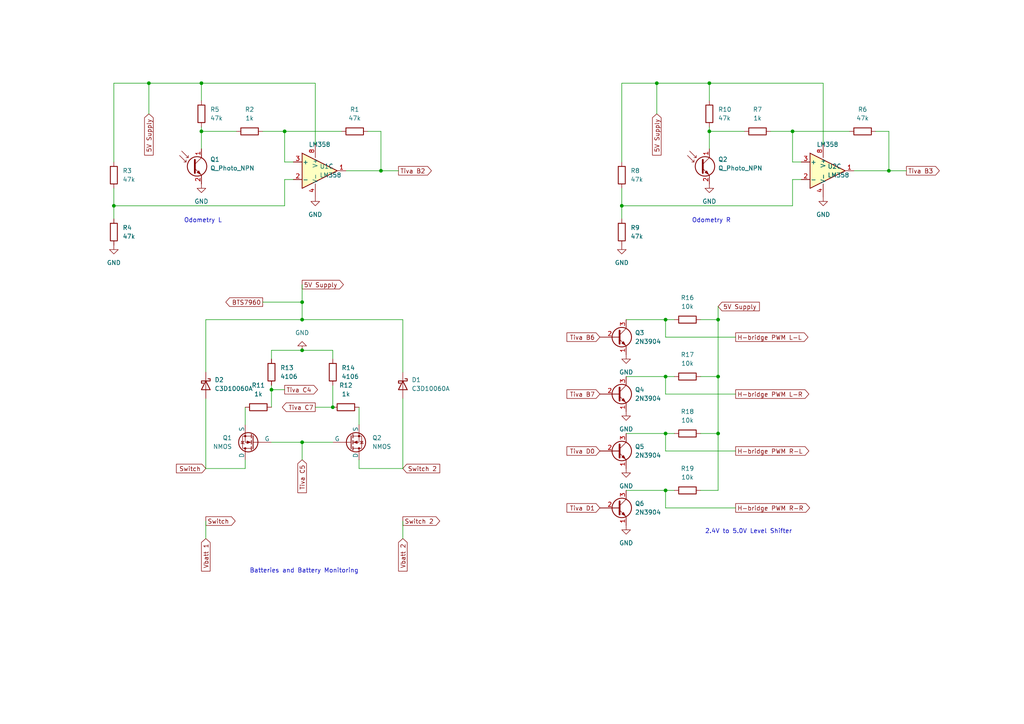
<source format=kicad_sch>
(kicad_sch (version 20230121) (generator eeschema)

  (uuid a4207181-83c8-4377-91e5-cd677e3ccad1)

  (paper "A4")

  (lib_symbols
    (symbol "Amplifier_Operational:MCP6002-xMS" (pin_names (offset 0.127)) (in_bom yes) (on_board yes)
      (property "Reference" "U" (at 0 5.08 0)
        (effects (font (size 1.27 1.27)) (justify left))
      )
      (property "Value" "MCP6002-xMS" (at 0 -5.08 0)
        (effects (font (size 1.27 1.27)) (justify left))
      )
      (property "Footprint" "" (at 0 0 0)
        (effects (font (size 1.27 1.27)) hide)
      )
      (property "Datasheet" "http://ww1.microchip.com/downloads/en/DeviceDoc/21733j.pdf" (at 0 0 0)
        (effects (font (size 1.27 1.27)) hide)
      )
      (property "ki_locked" "" (at 0 0 0)
        (effects (font (size 1.27 1.27)))
      )
      (property "ki_keywords" "dual opamp" (at 0 0 0)
        (effects (font (size 1.27 1.27)) hide)
      )
      (property "ki_description" "1MHz, Low-Power Op Amp, MSOP-8" (at 0 0 0)
        (effects (font (size 1.27 1.27)) hide)
      )
      (property "ki_fp_filters" "SOIC*3.9x4.9mm*P1.27mm* DIP*W7.62mm* TO*99* OnSemi*Micro8* TSSOP*3x3mm*P0.65mm* TSSOP*4.4x3mm*P0.65mm* MSOP*3x3mm*P0.65mm* SSOP*3.9x4.9mm*P0.635mm* LFCSP*2x2mm*P0.5mm* *SIP* SOIC*5.3x6.2mm*P1.27mm*" (at 0 0 0)
        (effects (font (size 1.27 1.27)) hide)
      )
      (symbol "MCP6002-xMS_1_1"
        (polyline
          (pts
            (xy -5.08 5.08)
            (xy 5.08 0)
            (xy -5.08 -5.08)
            (xy -5.08 5.08)
          )
          (stroke (width 0.254) (type default))
          (fill (type background))
        )
        (pin output line (at 7.62 0 180) (length 2.54)
          (name "~" (effects (font (size 1.27 1.27))))
          (number "1" (effects (font (size 1.27 1.27))))
        )
        (pin input line (at -7.62 -2.54 0) (length 2.54)
          (name "-" (effects (font (size 1.27 1.27))))
          (number "2" (effects (font (size 1.27 1.27))))
        )
        (pin input line (at -7.62 2.54 0) (length 2.54)
          (name "+" (effects (font (size 1.27 1.27))))
          (number "3" (effects (font (size 1.27 1.27))))
        )
      )
      (symbol "MCP6002-xMS_2_1"
        (polyline
          (pts
            (xy -5.08 5.08)
            (xy 5.08 0)
            (xy -5.08 -5.08)
            (xy -5.08 5.08)
          )
          (stroke (width 0.254) (type default))
          (fill (type background))
        )
        (pin input line (at -7.62 2.54 0) (length 2.54)
          (name "+" (effects (font (size 1.27 1.27))))
          (number "5" (effects (font (size 1.27 1.27))))
        )
        (pin input line (at -7.62 -2.54 0) (length 2.54)
          (name "-" (effects (font (size 1.27 1.27))))
          (number "6" (effects (font (size 1.27 1.27))))
        )
        (pin output line (at 7.62 0 180) (length 2.54)
          (name "~" (effects (font (size 1.27 1.27))))
          (number "7" (effects (font (size 1.27 1.27))))
        )
      )
      (symbol "MCP6002-xMS_3_1"
        (pin power_in line (at -2.54 -7.62 90) (length 3.81)
          (name "V-" (effects (font (size 1.27 1.27))))
          (number "4" (effects (font (size 1.27 1.27))))
        )
        (pin power_in line (at -2.54 7.62 270) (length 3.81)
          (name "V+" (effects (font (size 1.27 1.27))))
          (number "8" (effects (font (size 1.27 1.27))))
        )
      )
    )
    (symbol "Device:Q_Photo_NPN" (pin_names (offset 0) hide) (in_bom yes) (on_board yes)
      (property "Reference" "Q" (at 5.08 1.27 0)
        (effects (font (size 1.27 1.27)) (justify left))
      )
      (property "Value" "Q_Photo_NPN" (at 5.08 -1.27 0)
        (effects (font (size 1.27 1.27)) (justify left))
      )
      (property "Footprint" "" (at 5.08 2.54 0)
        (effects (font (size 1.27 1.27)) hide)
      )
      (property "Datasheet" "~" (at 0 0 0)
        (effects (font (size 1.27 1.27)) hide)
      )
      (property "ki_keywords" "phototransistor NPN" (at 0 0 0)
        (effects (font (size 1.27 1.27)) hide)
      )
      (property "ki_description" "NPN phototransistor, collector/emitter" (at 0 0 0)
        (effects (font (size 1.27 1.27)) hide)
      )
      (symbol "Q_Photo_NPN_0_1"
        (polyline
          (pts
            (xy -1.905 1.27)
            (xy -2.54 1.27)
          )
          (stroke (width 0) (type default))
          (fill (type none))
        )
        (polyline
          (pts
            (xy -1.27 2.54)
            (xy -1.905 2.54)
          )
          (stroke (width 0) (type default))
          (fill (type none))
        )
        (polyline
          (pts
            (xy 0.635 0.635)
            (xy 2.54 2.54)
          )
          (stroke (width 0) (type default))
          (fill (type none))
        )
        (polyline
          (pts
            (xy -3.81 3.175)
            (xy -1.905 1.27)
            (xy -1.905 1.905)
          )
          (stroke (width 0) (type default))
          (fill (type none))
        )
        (polyline
          (pts
            (xy -3.175 4.445)
            (xy -1.27 2.54)
            (xy -1.27 3.175)
          )
          (stroke (width 0) (type default))
          (fill (type none))
        )
        (polyline
          (pts
            (xy 0.635 -0.635)
            (xy 2.54 -2.54)
            (xy 2.54 -2.54)
          )
          (stroke (width 0) (type default))
          (fill (type none))
        )
        (polyline
          (pts
            (xy 0.635 1.905)
            (xy 0.635 -1.905)
            (xy 0.635 -1.905)
          )
          (stroke (width 0.508) (type default))
          (fill (type none))
        )
        (polyline
          (pts
            (xy 1.27 -1.778)
            (xy 1.778 -1.27)
            (xy 2.286 -2.286)
            (xy 1.27 -1.778)
            (xy 1.27 -1.778)
          )
          (stroke (width 0) (type default))
          (fill (type outline))
        )
        (circle (center 1.27 0) (radius 2.8194)
          (stroke (width 0.254) (type default))
          (fill (type none))
        )
      )
      (symbol "Q_Photo_NPN_1_1"
        (pin passive line (at 2.54 5.08 270) (length 2.54)
          (name "C" (effects (font (size 1.27 1.27))))
          (number "1" (effects (font (size 1.27 1.27))))
        )
        (pin passive line (at 2.54 -5.08 90) (length 2.54)
          (name "E" (effects (font (size 1.27 1.27))))
          (number "2" (effects (font (size 1.27 1.27))))
        )
      )
    )
    (symbol "Device:R" (pin_numbers hide) (pin_names (offset 0)) (in_bom yes) (on_board yes)
      (property "Reference" "R" (at 2.032 0 90)
        (effects (font (size 1.27 1.27)))
      )
      (property "Value" "R" (at 0 0 90)
        (effects (font (size 1.27 1.27)))
      )
      (property "Footprint" "" (at -1.778 0 90)
        (effects (font (size 1.27 1.27)) hide)
      )
      (property "Datasheet" "~" (at 0 0 0)
        (effects (font (size 1.27 1.27)) hide)
      )
      (property "ki_keywords" "R res resistor" (at 0 0 0)
        (effects (font (size 1.27 1.27)) hide)
      )
      (property "ki_description" "Resistor" (at 0 0 0)
        (effects (font (size 1.27 1.27)) hide)
      )
      (property "ki_fp_filters" "R_*" (at 0 0 0)
        (effects (font (size 1.27 1.27)) hide)
      )
      (symbol "R_0_1"
        (rectangle (start -1.016 -2.54) (end 1.016 2.54)
          (stroke (width 0.254) (type default))
          (fill (type none))
        )
      )
      (symbol "R_1_1"
        (pin passive line (at 0 3.81 270) (length 1.27)
          (name "~" (effects (font (size 1.27 1.27))))
          (number "1" (effects (font (size 1.27 1.27))))
        )
        (pin passive line (at 0 -3.81 90) (length 1.27)
          (name "~" (effects (font (size 1.27 1.27))))
          (number "2" (effects (font (size 1.27 1.27))))
        )
      )
    )
    (symbol "Diode:C3D10060A" (pin_numbers hide) (pin_names (offset 1.016) hide) (in_bom yes) (on_board yes)
      (property "Reference" "D" (at 0 2.54 0)
        (effects (font (size 1.27 1.27)))
      )
      (property "Value" "C3D10060A" (at 0 -2.54 0)
        (effects (font (size 1.27 1.27)))
      )
      (property "Footprint" "Package_TO_SOT_THT:TO-220-2_Vertical" (at 0 -4.445 0)
        (effects (font (size 1.27 1.27)) hide)
      )
      (property "Datasheet" "https://www.wolfspeed.com/media/downloads/842/C3D10060A.pdf" (at 0 0 0)
        (effects (font (size 1.27 1.27)) hide)
      )
      (property "ki_keywords" "sic diode" (at 0 0 0)
        (effects (font (size 1.27 1.27)) hide)
      )
      (property "ki_description" "600V, 10A, SiC Schottky Diode, TO-220" (at 0 0 0)
        (effects (font (size 1.27 1.27)) hide)
      )
      (property "ki_fp_filters" "TO?220*" (at 0 0 0)
        (effects (font (size 1.27 1.27)) hide)
      )
      (symbol "C3D10060A_0_1"
        (polyline
          (pts
            (xy 1.27 0)
            (xy -1.27 0)
          )
          (stroke (width 0) (type default))
          (fill (type none))
        )
        (polyline
          (pts
            (xy 1.27 1.27)
            (xy 1.27 -1.27)
            (xy -1.27 0)
            (xy 1.27 1.27)
          )
          (stroke (width 0.254) (type default))
          (fill (type none))
        )
        (polyline
          (pts
            (xy -1.905 0.635)
            (xy -1.905 1.27)
            (xy -1.27 1.27)
            (xy -1.27 -1.27)
            (xy -0.635 -1.27)
            (xy -0.635 -0.635)
          )
          (stroke (width 0.254) (type default))
          (fill (type none))
        )
      )
      (symbol "C3D10060A_1_1"
        (pin passive line (at -3.81 0 0) (length 2.54)
          (name "K" (effects (font (size 1.27 1.27))))
          (number "1" (effects (font (size 1.27 1.27))))
        )
        (pin passive line (at 3.81 0 180) (length 2.54)
          (name "A" (effects (font (size 1.27 1.27))))
          (number "2" (effects (font (size 1.27 1.27))))
        )
      )
    )
    (symbol "Simulation_SPICE:NMOS" (pin_numbers hide) (pin_names (offset 0)) (in_bom yes) (on_board yes)
      (property "Reference" "Q" (at 5.08 1.27 0)
        (effects (font (size 1.27 1.27)) (justify left))
      )
      (property "Value" "NMOS" (at 5.08 -1.27 0)
        (effects (font (size 1.27 1.27)) (justify left))
      )
      (property "Footprint" "" (at 5.08 2.54 0)
        (effects (font (size 1.27 1.27)) hide)
      )
      (property "Datasheet" "https://ngspice.sourceforge.io/docs/ngspice-manual.pdf" (at 0 -12.7 0)
        (effects (font (size 1.27 1.27)) hide)
      )
      (property "Sim.Device" "NMOS" (at 0 -17.145 0)
        (effects (font (size 1.27 1.27)) hide)
      )
      (property "Sim.Type" "VDMOS" (at 0 -19.05 0)
        (effects (font (size 1.27 1.27)) hide)
      )
      (property "Sim.Pins" "1=D 2=G 3=S" (at 0 -15.24 0)
        (effects (font (size 1.27 1.27)) hide)
      )
      (property "ki_keywords" "transistor NMOS N-MOS N-MOSFET simulation" (at 0 0 0)
        (effects (font (size 1.27 1.27)) hide)
      )
      (property "ki_description" "N-MOSFET transistor, drain/source/gate" (at 0 0 0)
        (effects (font (size 1.27 1.27)) hide)
      )
      (symbol "NMOS_0_1"
        (polyline
          (pts
            (xy 0.254 0)
            (xy -2.54 0)
          )
          (stroke (width 0) (type default))
          (fill (type none))
        )
        (polyline
          (pts
            (xy 0.254 1.905)
            (xy 0.254 -1.905)
          )
          (stroke (width 0.254) (type default))
          (fill (type none))
        )
        (polyline
          (pts
            (xy 0.762 -1.27)
            (xy 0.762 -2.286)
          )
          (stroke (width 0.254) (type default))
          (fill (type none))
        )
        (polyline
          (pts
            (xy 0.762 0.508)
            (xy 0.762 -0.508)
          )
          (stroke (width 0.254) (type default))
          (fill (type none))
        )
        (polyline
          (pts
            (xy 0.762 2.286)
            (xy 0.762 1.27)
          )
          (stroke (width 0.254) (type default))
          (fill (type none))
        )
        (polyline
          (pts
            (xy 2.54 2.54)
            (xy 2.54 1.778)
          )
          (stroke (width 0) (type default))
          (fill (type none))
        )
        (polyline
          (pts
            (xy 2.54 -2.54)
            (xy 2.54 0)
            (xy 0.762 0)
          )
          (stroke (width 0) (type default))
          (fill (type none))
        )
        (polyline
          (pts
            (xy 0.762 -1.778)
            (xy 3.302 -1.778)
            (xy 3.302 1.778)
            (xy 0.762 1.778)
          )
          (stroke (width 0) (type default))
          (fill (type none))
        )
        (polyline
          (pts
            (xy 1.016 0)
            (xy 2.032 0.381)
            (xy 2.032 -0.381)
            (xy 1.016 0)
          )
          (stroke (width 0) (type default))
          (fill (type outline))
        )
        (polyline
          (pts
            (xy 2.794 0.508)
            (xy 2.921 0.381)
            (xy 3.683 0.381)
            (xy 3.81 0.254)
          )
          (stroke (width 0) (type default))
          (fill (type none))
        )
        (polyline
          (pts
            (xy 3.302 0.381)
            (xy 2.921 -0.254)
            (xy 3.683 -0.254)
            (xy 3.302 0.381)
          )
          (stroke (width 0) (type default))
          (fill (type none))
        )
        (circle (center 1.651 0) (radius 2.794)
          (stroke (width 0.254) (type default))
          (fill (type none))
        )
        (circle (center 2.54 -1.778) (radius 0.254)
          (stroke (width 0) (type default))
          (fill (type outline))
        )
        (circle (center 2.54 1.778) (radius 0.254)
          (stroke (width 0) (type default))
          (fill (type outline))
        )
      )
      (symbol "NMOS_1_1"
        (pin passive line (at 2.54 5.08 270) (length 2.54)
          (name "D" (effects (font (size 1.27 1.27))))
          (number "1" (effects (font (size 1.27 1.27))))
        )
        (pin input line (at -5.08 0 0) (length 2.54)
          (name "G" (effects (font (size 1.27 1.27))))
          (number "2" (effects (font (size 1.27 1.27))))
        )
        (pin passive line (at 2.54 -5.08 90) (length 2.54)
          (name "S" (effects (font (size 1.27 1.27))))
          (number "3" (effects (font (size 1.27 1.27))))
        )
      )
    )
    (symbol "Transistor_BJT:2N3904" (pin_names (offset 0) hide) (in_bom yes) (on_board yes)
      (property "Reference" "Q" (at 5.08 1.905 0)
        (effects (font (size 1.27 1.27)) (justify left))
      )
      (property "Value" "2N3904" (at 5.08 0 0)
        (effects (font (size 1.27 1.27)) (justify left))
      )
      (property "Footprint" "Package_TO_SOT_THT:TO-92_Inline" (at 5.08 -1.905 0)
        (effects (font (size 1.27 1.27) italic) (justify left) hide)
      )
      (property "Datasheet" "https://www.onsemi.com/pub/Collateral/2N3903-D.PDF" (at 0 0 0)
        (effects (font (size 1.27 1.27)) (justify left) hide)
      )
      (property "ki_keywords" "NPN Transistor" (at 0 0 0)
        (effects (font (size 1.27 1.27)) hide)
      )
      (property "ki_description" "0.2A Ic, 40V Vce, Small Signal NPN Transistor, TO-92" (at 0 0 0)
        (effects (font (size 1.27 1.27)) hide)
      )
      (property "ki_fp_filters" "TO?92*" (at 0 0 0)
        (effects (font (size 1.27 1.27)) hide)
      )
      (symbol "2N3904_0_1"
        (polyline
          (pts
            (xy 0.635 0.635)
            (xy 2.54 2.54)
          )
          (stroke (width 0) (type default))
          (fill (type none))
        )
        (polyline
          (pts
            (xy 0.635 -0.635)
            (xy 2.54 -2.54)
            (xy 2.54 -2.54)
          )
          (stroke (width 0) (type default))
          (fill (type none))
        )
        (polyline
          (pts
            (xy 0.635 1.905)
            (xy 0.635 -1.905)
            (xy 0.635 -1.905)
          )
          (stroke (width 0.508) (type default))
          (fill (type none))
        )
        (polyline
          (pts
            (xy 1.27 -1.778)
            (xy 1.778 -1.27)
            (xy 2.286 -2.286)
            (xy 1.27 -1.778)
            (xy 1.27 -1.778)
          )
          (stroke (width 0) (type default))
          (fill (type outline))
        )
        (circle (center 1.27 0) (radius 2.8194)
          (stroke (width 0.254) (type default))
          (fill (type none))
        )
      )
      (symbol "2N3904_1_1"
        (pin passive line (at 2.54 -5.08 90) (length 2.54)
          (name "E" (effects (font (size 1.27 1.27))))
          (number "1" (effects (font (size 1.27 1.27))))
        )
        (pin passive line (at -5.08 0 0) (length 5.715)
          (name "B" (effects (font (size 1.27 1.27))))
          (number "2" (effects (font (size 1.27 1.27))))
        )
        (pin passive line (at 2.54 5.08 270) (length 2.54)
          (name "C" (effects (font (size 1.27 1.27))))
          (number "3" (effects (font (size 1.27 1.27))))
        )
      )
    )
    (symbol "power:GND" (power) (pin_names (offset 0)) (in_bom yes) (on_board yes)
      (property "Reference" "#PWR" (at 0 -6.35 0)
        (effects (font (size 1.27 1.27)) hide)
      )
      (property "Value" "GND" (at 0 -3.81 0)
        (effects (font (size 1.27 1.27)))
      )
      (property "Footprint" "" (at 0 0 0)
        (effects (font (size 1.27 1.27)) hide)
      )
      (property "Datasheet" "" (at 0 0 0)
        (effects (font (size 1.27 1.27)) hide)
      )
      (property "ki_keywords" "global power" (at 0 0 0)
        (effects (font (size 1.27 1.27)) hide)
      )
      (property "ki_description" "Power symbol creates a global label with name \"GND\" , ground" (at 0 0 0)
        (effects (font (size 1.27 1.27)) hide)
      )
      (symbol "GND_0_1"
        (polyline
          (pts
            (xy 0 0)
            (xy 0 -1.27)
            (xy 1.27 -1.27)
            (xy 0 -2.54)
            (xy -1.27 -1.27)
            (xy 0 -1.27)
          )
          (stroke (width 0) (type default))
          (fill (type none))
        )
      )
      (symbol "GND_1_1"
        (pin power_in line (at 0 0 270) (length 0) hide
          (name "GND" (effects (font (size 1.27 1.27))))
          (number "1" (effects (font (size 1.27 1.27))))
        )
      )
    )
  )

  (junction (at 208.28 125.73) (diameter 0) (color 0 0 0 0)
    (uuid 10fb1f6d-f4aa-4615-a6a2-02c10859b88e)
  )
  (junction (at 87.63 87.63) (diameter 0) (color 0 0 0 0)
    (uuid 13f1c9c8-a923-4ee0-a3e8-b1557ecc85cd)
  )
  (junction (at 96.52 118.11) (diameter 0) (color 0 0 0 0)
    (uuid 1ad9cb64-b6da-4001-aecf-f62154fe26c2)
  )
  (junction (at 193.04 125.73) (diameter 0) (color 0 0 0 0)
    (uuid 1cbb96dd-d570-4f95-82bd-5d7569b30198)
  )
  (junction (at 208.28 109.22) (diameter 0) (color 0 0 0 0)
    (uuid 1d25e25b-fb04-42c7-b8e6-18948bbf3147)
  )
  (junction (at 43.18 24.13) (diameter 0) (color 0 0 0 0)
    (uuid 2cf3be6b-f3f1-4101-b6d3-75deca8a0746)
  )
  (junction (at 87.63 101.6) (diameter 0) (color 0 0 0 0)
    (uuid 2d63213b-d08a-43ef-9344-36560459d771)
  )
  (junction (at 58.42 24.13) (diameter 0) (color 0 0 0 0)
    (uuid 33b8b67c-bc67-46f6-8f9c-02534029950d)
  )
  (junction (at 78.74 113.03) (diameter 0) (color 0 0 0 0)
    (uuid 362adb7f-0455-455c-bb91-084354549260)
  )
  (junction (at 58.42 38.1) (diameter 0) (color 0 0 0 0)
    (uuid 4b13a2d7-ca01-492e-a56d-50ba8603987f)
  )
  (junction (at 205.74 24.13) (diameter 0) (color 0 0 0 0)
    (uuid 4b9cfe50-e154-4d1c-8ddd-8e26acd84250)
  )
  (junction (at 193.04 109.22) (diameter 0) (color 0 0 0 0)
    (uuid 5580214d-e3dc-40bb-a0f4-4b13348b5fd5)
  )
  (junction (at 33.02 59.69) (diameter 0) (color 0 0 0 0)
    (uuid 6c458a59-5660-4986-8158-7fbcbd9ac7d6)
  )
  (junction (at 87.63 128.27) (diameter 0) (color 0 0 0 0)
    (uuid 714e2fb9-e934-4f38-a331-0b37c7984ff5)
  )
  (junction (at 82.55 38.1) (diameter 0) (color 0 0 0 0)
    (uuid 81e19ae3-a340-453b-9d69-25583db87e27)
  )
  (junction (at 208.28 92.71) (diameter 0) (color 0 0 0 0)
    (uuid 84d8f0a3-70e0-4201-ad57-e2507850d097)
  )
  (junction (at 180.34 59.69) (diameter 0) (color 0 0 0 0)
    (uuid 9191a37d-ed84-47f7-a47a-cc3787c278d2)
  )
  (junction (at 193.04 142.24) (diameter 0) (color 0 0 0 0)
    (uuid 95a74ae6-7704-4403-b416-3f43d2e14289)
  )
  (junction (at 190.5 24.13) (diameter 0) (color 0 0 0 0)
    (uuid 96e19f14-bd31-415a-945a-1cb8c2f45a50)
  )
  (junction (at 110.49 49.53) (diameter 0) (color 0 0 0 0)
    (uuid 97538868-0141-41ed-89b3-8d203a883306)
  )
  (junction (at 229.87 38.1) (diameter 0) (color 0 0 0 0)
    (uuid 9e89bc0d-4e43-4a76-959e-3e49bffa7cf5)
  )
  (junction (at 205.74 38.1) (diameter 0) (color 0 0 0 0)
    (uuid dd4f7d74-18e8-4012-9d26-0f37bad0718a)
  )
  (junction (at 193.04 92.71) (diameter 0) (color 0 0 0 0)
    (uuid e1e02b9e-453f-47d5-b2a0-578c03a29b2a)
  )
  (junction (at 257.81 49.53) (diameter 0) (color 0 0 0 0)
    (uuid eddef2e4-b020-4633-9b81-3304c9298aad)
  )
  (junction (at 87.63 92.71) (diameter 0) (color 0 0 0 0)
    (uuid ef421db3-1ced-4720-8bda-b13084386daa)
  )

  (wire (pts (xy 33.02 59.69) (xy 33.02 63.5))
    (stroke (width 0) (type default))
    (uuid 032ae6ad-0a32-4a76-85d4-a76bcda4c176)
  )
  (wire (pts (xy 193.04 114.3) (xy 213.36 114.3))
    (stroke (width 0) (type default))
    (uuid 062cdf8e-9ce6-4fd6-98b1-e203d3e70fb4)
  )
  (wire (pts (xy 205.74 24.13) (xy 238.76 24.13))
    (stroke (width 0) (type default))
    (uuid 0adccda4-0718-4d80-bcce-45f19d6c0601)
  )
  (wire (pts (xy 104.14 135.89) (xy 116.84 135.89))
    (stroke (width 0) (type default))
    (uuid 0afb5e03-28e8-48bd-8963-b1e85f2324f2)
  )
  (wire (pts (xy 87.63 87.63) (xy 87.63 92.71))
    (stroke (width 0) (type default))
    (uuid 11b9d61e-582d-45ec-acea-6a7fa32dd0b6)
  )
  (wire (pts (xy 33.02 59.69) (xy 82.55 59.69))
    (stroke (width 0) (type default))
    (uuid 142d73ab-9d97-4b65-a410-fecfad42b080)
  )
  (wire (pts (xy 78.74 113.03) (xy 82.55 113.03))
    (stroke (width 0) (type default))
    (uuid 191b02e3-95d7-42f4-a953-6bbfe9652fb5)
  )
  (wire (pts (xy 78.74 111.76) (xy 78.74 113.03))
    (stroke (width 0) (type default))
    (uuid 1aa1ef1a-a30d-4d62-aacd-d7b34ad7645a)
  )
  (wire (pts (xy 205.74 38.1) (xy 205.74 43.18))
    (stroke (width 0) (type default))
    (uuid 1d8fb5dd-ea18-4fc7-bbbf-2d996112f2b3)
  )
  (wire (pts (xy 58.42 38.1) (xy 68.58 38.1))
    (stroke (width 0) (type default))
    (uuid 1da1f8bb-2980-4fd7-82d4-82b6c95149ba)
  )
  (wire (pts (xy 203.2 125.73) (xy 208.28 125.73))
    (stroke (width 0) (type default))
    (uuid 1df08a38-8379-414d-99f7-3636cbfae8be)
  )
  (wire (pts (xy 82.55 46.99) (xy 82.55 38.1))
    (stroke (width 0) (type default))
    (uuid 1eb683f0-3248-4a77-ac50-f9f38b848b98)
  )
  (wire (pts (xy 223.52 38.1) (xy 229.87 38.1))
    (stroke (width 0) (type default))
    (uuid 1fa3f8f4-1f0f-46da-8468-26e57468b7b8)
  )
  (wire (pts (xy 104.14 133.35) (xy 104.14 135.89))
    (stroke (width 0) (type default))
    (uuid 208a3fd0-3739-49ac-b242-60e14bc6909b)
  )
  (wire (pts (xy 180.34 46.99) (xy 180.34 24.13))
    (stroke (width 0) (type default))
    (uuid 237dc078-f060-4962-9d60-574527379fcf)
  )
  (wire (pts (xy 110.49 49.53) (xy 115.57 49.53))
    (stroke (width 0) (type default))
    (uuid 24ad7954-09c6-4f11-919a-e2bae4c01942)
  )
  (wire (pts (xy 71.12 118.11) (xy 71.12 123.19))
    (stroke (width 0) (type default))
    (uuid 25b8d3a9-49cb-4876-bae4-df8c1c9090ac)
  )
  (wire (pts (xy 193.04 92.71) (xy 193.04 97.79))
    (stroke (width 0) (type default))
    (uuid 2907349c-c47e-4c8e-a42e-27d7e0a23254)
  )
  (wire (pts (xy 193.04 109.22) (xy 195.58 109.22))
    (stroke (width 0) (type default))
    (uuid 29c9a9f9-8d85-4d40-9a11-381b4eb68f24)
  )
  (wire (pts (xy 193.04 130.81) (xy 213.36 130.81))
    (stroke (width 0) (type default))
    (uuid 2c6ae398-3e28-4c78-a7a6-580798aeae1c)
  )
  (wire (pts (xy 229.87 46.99) (xy 229.87 38.1))
    (stroke (width 0) (type default))
    (uuid 30731663-e222-4ae8-b298-aa479b120085)
  )
  (wire (pts (xy 193.04 125.73) (xy 193.04 130.81))
    (stroke (width 0) (type default))
    (uuid 309107db-3741-4fdc-a2fe-3b84b1c0196c)
  )
  (wire (pts (xy 43.18 33.02) (xy 43.18 24.13))
    (stroke (width 0) (type default))
    (uuid 31f21796-0bd3-48b4-8df4-f4c5b0b84a51)
  )
  (wire (pts (xy 190.5 33.02) (xy 190.5 24.13))
    (stroke (width 0) (type default))
    (uuid 39e5e647-c52e-44c4-802e-4851fd869258)
  )
  (wire (pts (xy 232.41 52.07) (xy 229.87 52.07))
    (stroke (width 0) (type default))
    (uuid 3bc4e379-c193-4e52-8b61-f6def5ab6d0a)
  )
  (wire (pts (xy 254 38.1) (xy 257.81 38.1))
    (stroke (width 0) (type default))
    (uuid 3bcc607c-951c-4a38-a6d4-41582e112911)
  )
  (wire (pts (xy 116.84 151.13) (xy 116.84 156.21))
    (stroke (width 0) (type default))
    (uuid 44a73045-a7ce-4eb6-b1df-4dc18727a166)
  )
  (wire (pts (xy 87.63 128.27) (xy 96.52 128.27))
    (stroke (width 0) (type default))
    (uuid 475526ba-1f14-44d0-8a56-b713cd0a1983)
  )
  (wire (pts (xy 232.41 46.99) (xy 229.87 46.99))
    (stroke (width 0) (type default))
    (uuid 4936df1b-4d93-4843-82ba-bbc1af7e73f5)
  )
  (wire (pts (xy 87.63 92.71) (xy 116.84 92.71))
    (stroke (width 0) (type default))
    (uuid 49b9351c-3b5f-4d3b-8189-5d0faef023c5)
  )
  (wire (pts (xy 71.12 135.89) (xy 59.69 135.89))
    (stroke (width 0) (type default))
    (uuid 4a8f8a0c-0f93-42ac-b828-869d9b645845)
  )
  (wire (pts (xy 100.33 49.53) (xy 110.49 49.53))
    (stroke (width 0) (type default))
    (uuid 4adefe03-088d-4b13-8670-f2b8bca92b2d)
  )
  (wire (pts (xy 180.34 24.13) (xy 190.5 24.13))
    (stroke (width 0) (type default))
    (uuid 4e179fbd-3a72-4f83-89dc-e7fcfd52135f)
  )
  (wire (pts (xy 33.02 54.61) (xy 33.02 59.69))
    (stroke (width 0) (type default))
    (uuid 4fe0cce9-0161-436c-b247-5bc3fde67ef4)
  )
  (wire (pts (xy 43.18 24.13) (xy 58.42 24.13))
    (stroke (width 0) (type default))
    (uuid 53b418ee-aee9-4e97-8fba-9fbef80ac55e)
  )
  (wire (pts (xy 82.55 38.1) (xy 99.06 38.1))
    (stroke (width 0) (type default))
    (uuid 53edd58c-647a-49fb-90b4-3b7b38586431)
  )
  (wire (pts (xy 247.65 49.53) (xy 257.81 49.53))
    (stroke (width 0) (type default))
    (uuid 54f8cd42-20f3-4090-b990-99e77b551023)
  )
  (wire (pts (xy 193.04 92.71) (xy 195.58 92.71))
    (stroke (width 0) (type default))
    (uuid 56e16f3a-3daf-46f5-8516-f6f58f1aab9c)
  )
  (wire (pts (xy 116.84 115.57) (xy 116.84 135.89))
    (stroke (width 0) (type default))
    (uuid 587c3cc2-8f28-4764-a930-0319e769878c)
  )
  (wire (pts (xy 257.81 49.53) (xy 257.81 38.1))
    (stroke (width 0) (type default))
    (uuid 60e4f89a-8837-40da-ab64-4046850c850a)
  )
  (wire (pts (xy 59.69 92.71) (xy 87.63 92.71))
    (stroke (width 0) (type default))
    (uuid 60efb655-abec-4d4d-8da2-8350affca336)
  )
  (wire (pts (xy 59.69 107.95) (xy 59.69 92.71))
    (stroke (width 0) (type default))
    (uuid 65b35050-86ee-4c2f-98dc-944422e442ee)
  )
  (wire (pts (xy 87.63 82.55) (xy 87.63 87.63))
    (stroke (width 0) (type default))
    (uuid 687eb4b2-4bc7-4fa7-848b-d7a4aeb692fa)
  )
  (wire (pts (xy 59.69 151.13) (xy 59.69 156.21))
    (stroke (width 0) (type default))
    (uuid 68dd40fe-5eab-44d4-95be-8126e97ebef9)
  )
  (wire (pts (xy 193.04 97.79) (xy 213.36 97.79))
    (stroke (width 0) (type default))
    (uuid 6e9f822c-5d78-4628-a74c-d9e722c5ab3c)
  )
  (wire (pts (xy 203.2 142.24) (xy 208.28 142.24))
    (stroke (width 0) (type default))
    (uuid 73d0bf5d-6b72-4977-91cc-ed3784c01f95)
  )
  (wire (pts (xy 193.04 142.24) (xy 195.58 142.24))
    (stroke (width 0) (type default))
    (uuid 763315a3-708b-44ce-9a64-61413106395f)
  )
  (wire (pts (xy 110.49 49.53) (xy 110.49 38.1))
    (stroke (width 0) (type default))
    (uuid 79bd266f-5488-481a-af08-62dddeb4b189)
  )
  (wire (pts (xy 181.61 142.24) (xy 193.04 142.24))
    (stroke (width 0) (type default))
    (uuid 7a80e144-0a3b-4170-ba66-0dfb8f629dee)
  )
  (wire (pts (xy 96.52 101.6) (xy 96.52 104.14))
    (stroke (width 0) (type default))
    (uuid 7de50dc9-768a-4d05-9949-d1c1064653cf)
  )
  (wire (pts (xy 87.63 87.63) (xy 76.2 87.63))
    (stroke (width 0) (type default))
    (uuid 8360ce36-10f0-4bdb-aa6c-ad7f471d4f80)
  )
  (wire (pts (xy 58.42 24.13) (xy 58.42 29.21))
    (stroke (width 0) (type default))
    (uuid 886e620c-6a26-41f8-83c5-3c92b24111c7)
  )
  (wire (pts (xy 193.04 142.24) (xy 193.04 147.32))
    (stroke (width 0) (type default))
    (uuid 8a4634f6-26e8-456e-b1e7-1c311b4f0d0c)
  )
  (wire (pts (xy 208.28 88.9) (xy 208.28 92.71))
    (stroke (width 0) (type default))
    (uuid 8fc82109-7fc8-47be-872d-5d5338badee9)
  )
  (wire (pts (xy 33.02 24.13) (xy 43.18 24.13))
    (stroke (width 0) (type default))
    (uuid 901823cb-b525-4ad3-a59b-c8863c3acfd0)
  )
  (wire (pts (xy 193.04 109.22) (xy 193.04 114.3))
    (stroke (width 0) (type default))
    (uuid 9426121a-bbec-4510-a27c-22b85b09812d)
  )
  (wire (pts (xy 180.34 59.69) (xy 229.87 59.69))
    (stroke (width 0) (type default))
    (uuid 975eb6df-5f77-4dc9-b468-d0d2eccd96ef)
  )
  (wire (pts (xy 193.04 147.32) (xy 213.36 147.32))
    (stroke (width 0) (type default))
    (uuid 98738d3d-2f8b-4a1b-815e-323872b1d1fd)
  )
  (wire (pts (xy 208.28 92.71) (xy 208.28 109.22))
    (stroke (width 0) (type default))
    (uuid 99e87cc7-953c-47b6-b6ed-cc4ea6acea8d)
  )
  (wire (pts (xy 180.34 59.69) (xy 180.34 63.5))
    (stroke (width 0) (type default))
    (uuid 9b3c606a-f0e9-470d-b3b2-cfa06dfbe1bd)
  )
  (wire (pts (xy 181.61 109.22) (xy 193.04 109.22))
    (stroke (width 0) (type default))
    (uuid 9b62310e-1c24-4ecc-9cf7-9af9b36ff4c6)
  )
  (wire (pts (xy 208.28 125.73) (xy 208.28 142.24))
    (stroke (width 0) (type default))
    (uuid 9c9b0f51-4d00-4ca3-95ab-7ccd81f58dc9)
  )
  (wire (pts (xy 203.2 92.71) (xy 208.28 92.71))
    (stroke (width 0) (type default))
    (uuid 9d6ad4e7-6e65-41cd-a7d8-5d0a55ad2044)
  )
  (wire (pts (xy 58.42 38.1) (xy 58.42 43.18))
    (stroke (width 0) (type default))
    (uuid 9eee11c1-cdcc-47e8-8d2f-428c5fe4055d)
  )
  (wire (pts (xy 208.28 109.22) (xy 208.28 125.73))
    (stroke (width 0) (type default))
    (uuid 9fe1c40e-49a5-4396-9a14-00cd16175a9d)
  )
  (wire (pts (xy 205.74 38.1) (xy 215.9 38.1))
    (stroke (width 0) (type default))
    (uuid a05fba67-0952-45fd-ac12-66716c317469)
  )
  (wire (pts (xy 190.5 24.13) (xy 205.74 24.13))
    (stroke (width 0) (type default))
    (uuid a12e7a1a-7e9c-4980-98b3-ea3dcd689d0f)
  )
  (wire (pts (xy 78.74 113.03) (xy 78.74 118.11))
    (stroke (width 0) (type default))
    (uuid a14a811b-3683-43e3-aec0-dac37e22a41d)
  )
  (wire (pts (xy 78.74 128.27) (xy 87.63 128.27))
    (stroke (width 0) (type default))
    (uuid a1d1c177-9219-492b-9921-018c1858cf3b)
  )
  (wire (pts (xy 91.44 24.13) (xy 91.44 41.91))
    (stroke (width 0) (type default))
    (uuid a8c5b518-1061-4c60-9b7c-e482c3eac801)
  )
  (wire (pts (xy 82.55 52.07) (xy 82.55 59.69))
    (stroke (width 0) (type default))
    (uuid ac62c5a9-a78f-4e01-ac3e-b7badaa8beac)
  )
  (wire (pts (xy 229.87 52.07) (xy 229.87 59.69))
    (stroke (width 0) (type default))
    (uuid af80a642-ae65-4b46-8a9a-5218c86919e3)
  )
  (wire (pts (xy 85.09 46.99) (xy 82.55 46.99))
    (stroke (width 0) (type default))
    (uuid b2b74732-2db8-442d-a6c6-2b622b68227c)
  )
  (wire (pts (xy 78.74 104.14) (xy 78.74 101.6))
    (stroke (width 0) (type default))
    (uuid b3fb11b7-6795-49ec-8a9f-4a88931f88d0)
  )
  (wire (pts (xy 76.2 38.1) (xy 82.55 38.1))
    (stroke (width 0) (type default))
    (uuid b9a7d921-7a2e-41e4-99a1-7caa84365708)
  )
  (wire (pts (xy 205.74 36.83) (xy 205.74 38.1))
    (stroke (width 0) (type default))
    (uuid bf4f43b2-c7c7-4633-aacf-92b36a04015b)
  )
  (wire (pts (xy 116.84 92.71) (xy 116.84 107.95))
    (stroke (width 0) (type default))
    (uuid c42cee95-c029-4b7a-902e-c7ee1919a319)
  )
  (wire (pts (xy 87.63 128.27) (xy 87.63 133.35))
    (stroke (width 0) (type default))
    (uuid c5886a3e-6d55-4cd8-90c5-4de26e3a1b22)
  )
  (wire (pts (xy 96.52 111.76) (xy 96.52 118.11))
    (stroke (width 0) (type default))
    (uuid c93ae95f-d2cd-4e46-aca9-75731408da4a)
  )
  (wire (pts (xy 257.81 49.53) (xy 262.89 49.53))
    (stroke (width 0) (type default))
    (uuid ce315962-5787-48ed-9cb7-7e19c17e9cf4)
  )
  (wire (pts (xy 180.34 54.61) (xy 180.34 59.69))
    (stroke (width 0) (type default))
    (uuid cf651e3a-f848-40fc-9145-c56bd6a1cf98)
  )
  (wire (pts (xy 193.04 125.73) (xy 195.58 125.73))
    (stroke (width 0) (type default))
    (uuid d4684f5d-3d92-489c-85bb-9514f5a4fcee)
  )
  (wire (pts (xy 85.09 52.07) (xy 82.55 52.07))
    (stroke (width 0) (type default))
    (uuid d80140de-28a8-408f-a0ee-b02773c94487)
  )
  (wire (pts (xy 104.14 118.11) (xy 104.14 123.19))
    (stroke (width 0) (type default))
    (uuid d82e1a3f-e115-4f0d-bcec-77562650270c)
  )
  (wire (pts (xy 78.74 101.6) (xy 87.63 101.6))
    (stroke (width 0) (type default))
    (uuid dce6518a-45ec-4b03-a654-3c4814e2eb24)
  )
  (wire (pts (xy 205.74 24.13) (xy 205.74 29.21))
    (stroke (width 0) (type default))
    (uuid e009b7e3-64a0-4343-9563-850b8d891388)
  )
  (wire (pts (xy 87.63 101.6) (xy 96.52 101.6))
    (stroke (width 0) (type default))
    (uuid e00ada09-f9c1-47b4-b631-573bb5d6c8cd)
  )
  (wire (pts (xy 203.2 109.22) (xy 208.28 109.22))
    (stroke (width 0) (type default))
    (uuid e2268944-2085-4ffc-87c4-77e7a16b0f01)
  )
  (wire (pts (xy 58.42 24.13) (xy 91.44 24.13))
    (stroke (width 0) (type default))
    (uuid e4c8b7ae-0e5e-40cd-a84d-c51d422ec8c4)
  )
  (wire (pts (xy 58.42 36.83) (xy 58.42 38.1))
    (stroke (width 0) (type default))
    (uuid e7b8e9e2-a3d2-4d68-8f1f-cfab1316247f)
  )
  (wire (pts (xy 181.61 125.73) (xy 193.04 125.73))
    (stroke (width 0) (type default))
    (uuid e88aaa07-40d7-41c2-9155-467a9718580b)
  )
  (wire (pts (xy 106.68 38.1) (xy 110.49 38.1))
    (stroke (width 0) (type default))
    (uuid ec5cc6da-2675-4653-b211-e5292781a90c)
  )
  (wire (pts (xy 229.87 38.1) (xy 246.38 38.1))
    (stroke (width 0) (type default))
    (uuid ed2bc1d4-e8f9-447d-a127-348e83c33c67)
  )
  (wire (pts (xy 33.02 46.99) (xy 33.02 24.13))
    (stroke (width 0) (type default))
    (uuid f0af6263-e461-4175-820e-62326eae8520)
  )
  (wire (pts (xy 181.61 92.71) (xy 193.04 92.71))
    (stroke (width 0) (type default))
    (uuid f2d8a0dc-ba91-4fa0-84fd-17f1846b8a37)
  )
  (wire (pts (xy 238.76 24.13) (xy 238.76 41.91))
    (stroke (width 0) (type default))
    (uuid f5e8c884-72cd-43ee-853a-a317f7ea9288)
  )
  (wire (pts (xy 59.69 115.57) (xy 59.69 135.89))
    (stroke (width 0) (type default))
    (uuid f70e4705-217b-4ed5-83ea-8718bcf5314c)
  )
  (wire (pts (xy 91.44 118.11) (xy 96.52 118.11))
    (stroke (width 0) (type default))
    (uuid f979a209-5c85-4f83-a613-f2716f1b1947)
  )
  (wire (pts (xy 71.12 133.35) (xy 71.12 135.89))
    (stroke (width 0) (type default))
    (uuid fd80eac6-0a9b-45d0-b7dc-7e214ef54212)
  )

  (text "Odometry L" (at 53.34 64.77 0)
    (effects (font (size 1.27 1.27)) (justify left bottom))
    (uuid 1f0bc13c-a686-49b9-85d5-115349485c16)
  )
  (text "2.4V to 5.0V Level Shifter" (at 204.47 154.94 0)
    (effects (font (size 1.27 1.27)) (justify left bottom))
    (uuid a537357e-5b50-403e-af2a-bfc494dbb499)
  )
  (text "Batteries and Battery Monitoring" (at 72.39 166.37 0)
    (effects (font (size 1.27 1.27)) (justify left bottom))
    (uuid e9c56f1f-802d-4668-8842-7e6e01f0c3d3)
  )
  (text "Odometry R" (at 200.66 64.77 0)
    (effects (font (size 1.27 1.27)) (justify left bottom))
    (uuid fc0bf287-c6b0-42c2-922c-180c78c1372b)
  )

  (global_label "Tiva C7" (shape output) (at 91.44 118.11 180) (fields_autoplaced)
    (effects (font (size 1.27 1.27)) (justify right))
    (uuid 021a0039-6aa3-4a21-9e3c-b30f41bf3128)
    (property "Intersheetrefs" "${INTERSHEET_REFS}" (at 81.3187 118.11 0)
      (effects (font (size 1.27 1.27)) (justify right) hide)
    )
  )
  (global_label "5V Supply" (shape input) (at 208.28 88.9 0) (fields_autoplaced)
    (effects (font (size 1.27 1.27)) (justify left))
    (uuid 0a3f0670-fa95-47cf-8ed2-b547e166972b)
    (property "Intersheetrefs" "${INTERSHEET_REFS}" (at 220.8202 88.9 0)
      (effects (font (size 1.27 1.27)) (justify left) hide)
    )
  )
  (global_label "Tiva B7" (shape input) (at 173.99 114.3 180) (fields_autoplaced)
    (effects (font (size 1.27 1.27)) (justify right))
    (uuid 0e8aa6e1-ae50-4a3b-a95e-2debb830e408)
    (property "Intersheetrefs" "${INTERSHEET_REFS}" (at 163.8687 114.3 0)
      (effects (font (size 1.27 1.27)) (justify right) hide)
    )
  )
  (global_label "BTS7960" (shape output) (at 76.2 87.63 180) (fields_autoplaced)
    (effects (font (size 1.27 1.27)) (justify right))
    (uuid 2025f192-b7eb-4a0a-820c-a32624209056)
    (property "Intersheetrefs" "${INTERSHEET_REFS}" (at 64.9297 87.63 0)
      (effects (font (size 1.27 1.27)) (justify right) hide)
    )
  )
  (global_label "H-bridge PWM L-L" (shape output) (at 213.36 97.79 0) (fields_autoplaced)
    (effects (font (size 1.27 1.27)) (justify left))
    (uuid 321c6fbd-258a-4883-b705-9926c85d5fe5)
    (property "Intersheetrefs" "${INTERSHEET_REFS}" (at 234.9113 97.79 0)
      (effects (font (size 1.27 1.27)) (justify left) hide)
    )
  )
  (global_label "5V Supply" (shape input) (at 43.18 33.02 270) (fields_autoplaced)
    (effects (font (size 1.27 1.27)) (justify right))
    (uuid 335c18e7-657b-4dcf-b55d-0a0cb394bd4a)
    (property "Intersheetrefs" "${INTERSHEET_REFS}" (at 43.18 45.5602 90)
      (effects (font (size 1.27 1.27)) (justify right) hide)
    )
  )
  (global_label "Tiva C4" (shape output) (at 82.55 113.03 0) (fields_autoplaced)
    (effects (font (size 1.27 1.27)) (justify left))
    (uuid 3eccc4ad-803e-4a0e-b914-6098b78b1dc3)
    (property "Intersheetrefs" "${INTERSHEET_REFS}" (at 92.6713 113.03 0)
      (effects (font (size 1.27 1.27)) (justify left) hide)
    )
  )
  (global_label "Switch 2" (shape input) (at 116.84 135.89 0) (fields_autoplaced)
    (effects (font (size 1.27 1.27)) (justify left))
    (uuid 47d8cfa2-4ed0-4704-9b0e-bc677d1dd511)
    (property "Intersheetrefs" "${INTERSHEET_REFS}" (at 128.1104 135.89 0)
      (effects (font (size 1.27 1.27)) (justify left) hide)
    )
  )
  (global_label "Tiva B3" (shape output) (at 262.89 49.53 0) (fields_autoplaced)
    (effects (font (size 1.27 1.27)) (justify left))
    (uuid 4dc799c0-45b4-46e8-86aa-adef53ae3842)
    (property "Intersheetrefs" "${INTERSHEET_REFS}" (at 273.0113 49.53 0)
      (effects (font (size 1.27 1.27)) (justify left) hide)
    )
  )
  (global_label "Vbatt 2" (shape input) (at 116.84 156.21 270) (fields_autoplaced)
    (effects (font (size 1.27 1.27)) (justify right))
    (uuid 4ed1a685-faba-49e3-8ddc-8bf59bbcebae)
    (property "Intersheetrefs" "${INTERSHEET_REFS}" (at 116.84 166.2103 90)
      (effects (font (size 1.27 1.27)) (justify right) hide)
    )
  )
  (global_label "Vbatt 1" (shape input) (at 59.69 156.21 270) (fields_autoplaced)
    (effects (font (size 1.27 1.27)) (justify right))
    (uuid 68728015-c025-41d2-afb3-b7fbbbb02622)
    (property "Intersheetrefs" "${INTERSHEET_REFS}" (at 59.69 166.2103 90)
      (effects (font (size 1.27 1.27)) (justify right) hide)
    )
  )
  (global_label "Tiva B2" (shape output) (at 115.57 49.53 0) (fields_autoplaced)
    (effects (font (size 1.27 1.27)) (justify left))
    (uuid 76db66cb-61c1-4bea-92f2-ea4056fa7d7a)
    (property "Intersheetrefs" "${INTERSHEET_REFS}" (at 125.6913 49.53 0)
      (effects (font (size 1.27 1.27)) (justify left) hide)
    )
  )
  (global_label "H-bridge PWM R-R" (shape output) (at 213.36 147.32 0) (fields_autoplaced)
    (effects (font (size 1.27 1.27)) (justify left))
    (uuid 7a3dbf39-308c-46da-9ede-a0e4621816c4)
    (property "Intersheetrefs" "${INTERSHEET_REFS}" (at 235.3951 147.32 0)
      (effects (font (size 1.27 1.27)) (justify left) hide)
    )
  )
  (global_label "Tiva B6" (shape input) (at 173.99 97.79 180) (fields_autoplaced)
    (effects (font (size 1.27 1.27)) (justify right))
    (uuid 8605f966-ee60-4535-b472-0c5430bc77d3)
    (property "Intersheetrefs" "${INTERSHEET_REFS}" (at 163.8687 97.79 0)
      (effects (font (size 1.27 1.27)) (justify right) hide)
    )
  )
  (global_label "Switch" (shape output) (at 59.69 151.13 0) (fields_autoplaced)
    (effects (font (size 1.27 1.27)) (justify left))
    (uuid 8f623bd9-4ae4-4b18-9ce7-d5dabf72c4c3)
    (property "Intersheetrefs" "${INTERSHEET_REFS}" (at 68.7833 151.13 0)
      (effects (font (size 1.27 1.27)) (justify left) hide)
    )
  )
  (global_label "H-bridge PWM R-L" (shape output) (at 213.36 130.81 0) (fields_autoplaced)
    (effects (font (size 1.27 1.27)) (justify left))
    (uuid 94fda9cc-0b95-4406-a754-65f450591b27)
    (property "Intersheetrefs" "${INTERSHEET_REFS}" (at 235.1532 130.81 0)
      (effects (font (size 1.27 1.27)) (justify left) hide)
    )
  )
  (global_label "Switch 2" (shape output) (at 116.84 151.13 0) (fields_autoplaced)
    (effects (font (size 1.27 1.27)) (justify left))
    (uuid b6be1444-93cf-424b-a789-369073896fe9)
    (property "Intersheetrefs" "${INTERSHEET_REFS}" (at 128.1104 151.13 0)
      (effects (font (size 1.27 1.27)) (justify left) hide)
    )
  )
  (global_label "Tiva D1" (shape input) (at 173.99 147.32 180) (fields_autoplaced)
    (effects (font (size 1.27 1.27)) (justify right))
    (uuid bad29894-ed3f-4e9e-9e34-49926d240b73)
    (property "Intersheetrefs" "${INTERSHEET_REFS}" (at 163.8687 147.32 0)
      (effects (font (size 1.27 1.27)) (justify right) hide)
    )
  )
  (global_label "5V Supply" (shape output) (at 87.63 82.55 0) (fields_autoplaced)
    (effects (font (size 1.27 1.27)) (justify left))
    (uuid c8510658-e51b-4bbd-96ce-eca318b31a89)
    (property "Intersheetrefs" "${INTERSHEET_REFS}" (at 100.1702 82.55 0)
      (effects (font (size 1.27 1.27)) (justify left) hide)
    )
  )
  (global_label "Tiva D0" (shape input) (at 173.99 130.81 180) (fields_autoplaced)
    (effects (font (size 1.27 1.27)) (justify right))
    (uuid d0c9bf7c-c755-4e97-9205-26f2794ffe75)
    (property "Intersheetrefs" "${INTERSHEET_REFS}" (at 163.8687 130.81 0)
      (effects (font (size 1.27 1.27)) (justify right) hide)
    )
  )
  (global_label "Switch" (shape input) (at 59.69 135.89 180) (fields_autoplaced)
    (effects (font (size 1.27 1.27)) (justify right))
    (uuid d83c346c-7628-42b8-bffa-8cb88f2b9eaa)
    (property "Intersheetrefs" "${INTERSHEET_REFS}" (at 50.5967 135.89 0)
      (effects (font (size 1.27 1.27)) (justify right) hide)
    )
  )
  (global_label "5V Supply" (shape input) (at 190.5 33.02 270) (fields_autoplaced)
    (effects (font (size 1.27 1.27)) (justify right))
    (uuid e016218c-c1a1-4654-b303-cf475838f55c)
    (property "Intersheetrefs" "${INTERSHEET_REFS}" (at 190.5 45.5602 90)
      (effects (font (size 1.27 1.27)) (justify right) hide)
    )
  )
  (global_label "H-bridge PWM L-R" (shape output) (at 213.36 114.3 0) (fields_autoplaced)
    (effects (font (size 1.27 1.27)) (justify left))
    (uuid e1a8803f-bb5f-469f-bc77-b25a93a1a8ab)
    (property "Intersheetrefs" "${INTERSHEET_REFS}" (at 235.1532 114.3 0)
      (effects (font (size 1.27 1.27)) (justify left) hide)
    )
  )
  (global_label "Tiva C5" (shape input) (at 87.63 133.35 270) (fields_autoplaced)
    (effects (font (size 1.27 1.27)) (justify right))
    (uuid e41c87c0-ae51-4c67-9ee2-782921a658d1)
    (property "Intersheetrefs" "${INTERSHEET_REFS}" (at 87.63 143.4713 90)
      (effects (font (size 1.27 1.27)) (justify right) hide)
    )
  )

  (symbol (lib_id "Device:R") (at 199.39 109.22 270) (unit 1)
    (in_bom yes) (on_board yes) (dnp no) (fields_autoplaced)
    (uuid 0463fcf0-472c-412a-88b3-f9971d9b3034)
    (property "Reference" "R17" (at 199.39 102.87 90)
      (effects (font (size 1.27 1.27)))
    )
    (property "Value" "10k" (at 199.39 105.41 90)
      (effects (font (size 1.27 1.27)))
    )
    (property "Footprint" "" (at 199.39 107.442 90)
      (effects (font (size 1.27 1.27)) hide)
    )
    (property "Datasheet" "~" (at 199.39 109.22 0)
      (effects (font (size 1.27 1.27)) hide)
    )
    (pin "1" (uuid 698b5c52-13cb-456a-840a-387f34498500))
    (pin "2" (uuid 1c6a7090-3de0-434e-b92b-fd53aec104aa))
    (instances
      (project "Erbie_Mobile_Layer"
        (path "/a4207181-83c8-4377-91e5-cd677e3ccad1"
          (reference "R17") (unit 1)
        )
      )
    )
  )

  (symbol (lib_id "power:GND") (at 87.63 101.6 0) (mirror x) (unit 1)
    (in_bom yes) (on_board yes) (dnp no) (fields_autoplaced)
    (uuid 0470f768-26d0-4594-8bac-a1751f7a4ef7)
    (property "Reference" "#PWR09" (at 87.63 95.25 0)
      (effects (font (size 1.27 1.27)) hide)
    )
    (property "Value" "GND" (at 87.63 96.52 0)
      (effects (font (size 1.27 1.27)))
    )
    (property "Footprint" "" (at 87.63 101.6 0)
      (effects (font (size 1.27 1.27)) hide)
    )
    (property "Datasheet" "" (at 87.63 101.6 0)
      (effects (font (size 1.27 1.27)) hide)
    )
    (pin "1" (uuid 40cafab1-c50e-4077-a07c-59d900692fd2))
    (instances
      (project "Erbie_Mobile_Layer"
        (path "/a4207181-83c8-4377-91e5-cd677e3ccad1"
          (reference "#PWR09") (unit 1)
        )
      )
    )
  )

  (symbol (lib_id "Amplifier_Operational:MCP6002-xMS") (at 92.71 49.53 0) (unit 1)
    (in_bom yes) (on_board yes) (dnp no) (fields_autoplaced)
    (uuid 139edf26-9aac-4eb2-b918-3602d6a063b6)
    (property "Reference" "U1" (at 92.71 39.37 0)
      (effects (font (size 1.27 1.27)) hide)
    )
    (property "Value" "LM358" (at 92.71 41.91 0)
      (effects (font (size 1.27 1.27)))
    )
    (property "Footprint" "" (at 92.71 49.53 0)
      (effects (font (size 1.27 1.27)) hide)
    )
    (property "Datasheet" "http://ww1.microchip.com/downloads/en/DeviceDoc/21733j.pdf" (at 92.71 49.53 0)
      (effects (font (size 1.27 1.27)) hide)
    )
    (pin "1" (uuid 667e56fe-7568-4df7-b366-5a790ea0d4f8))
    (pin "2" (uuid ce01f44b-14e0-487d-a838-6510c77a6e3d))
    (pin "3" (uuid 23ec07c7-ce38-4a97-b72b-ff54246848d7))
    (pin "5" (uuid e2e12296-b97c-421c-bbda-ae590a47a853))
    (pin "6" (uuid eaf5e5cb-12a5-4bce-a9f8-c9d0cc7d2ab9))
    (pin "7" (uuid 5d61668a-fba9-40f4-aacb-fb523ce33945))
    (pin "4" (uuid 6308add8-fa75-4c57-a468-f15fc0676e78))
    (pin "8" (uuid a535a2f9-1723-4a50-bec7-647091afd177))
    (instances
      (project "testarino"
        (path "/7dc2da2a-98b4-488c-ab4b-a9e4b18e8ea9"
          (reference "U1") (unit 1)
        )
      )
      (project "Erbie_Mobile_Layer"
        (path "/a4207181-83c8-4377-91e5-cd677e3ccad1"
          (reference "U1") (unit 1)
        )
      )
    )
  )

  (symbol (lib_id "power:GND") (at 33.02 71.12 0) (unit 1)
    (in_bom yes) (on_board yes) (dnp no) (fields_autoplaced)
    (uuid 1c166865-c990-4c50-8893-b81e320f141a)
    (property "Reference" "#PWR03" (at 33.02 77.47 0)
      (effects (font (size 1.27 1.27)) hide)
    )
    (property "Value" "GND" (at 33.02 76.2 0)
      (effects (font (size 1.27 1.27)))
    )
    (property "Footprint" "" (at 33.02 71.12 0)
      (effects (font (size 1.27 1.27)) hide)
    )
    (property "Datasheet" "" (at 33.02 71.12 0)
      (effects (font (size 1.27 1.27)) hide)
    )
    (pin "1" (uuid a7ac18e3-82bc-49ca-b4f4-9b5bda461990))
    (instances
      (project "testarino"
        (path "/7dc2da2a-98b4-488c-ab4b-a9e4b18e8ea9"
          (reference "#PWR03") (unit 1)
        )
      )
      (project "Erbie_Mobile_Layer"
        (path "/a4207181-83c8-4377-91e5-cd677e3ccad1"
          (reference "#PWR01") (unit 1)
        )
      )
    )
  )

  (symbol (lib_id "Transistor_BJT:2N3904") (at 179.07 130.81 0) (unit 1)
    (in_bom yes) (on_board yes) (dnp no) (fields_autoplaced)
    (uuid 1e095696-cca4-48e0-b7c9-69f624850218)
    (property "Reference" "Q5" (at 184.15 129.54 0)
      (effects (font (size 1.27 1.27)) (justify left))
    )
    (property "Value" "2N3904" (at 184.15 132.08 0)
      (effects (font (size 1.27 1.27)) (justify left))
    )
    (property "Footprint" "Package_TO_SOT_THT:TO-92_Inline" (at 184.15 132.715 0)
      (effects (font (size 1.27 1.27) italic) (justify left) hide)
    )
    (property "Datasheet" "https://www.onsemi.com/pub/Collateral/2N3903-D.PDF" (at 179.07 130.81 0)
      (effects (font (size 1.27 1.27)) (justify left) hide)
    )
    (pin "1" (uuid 69ca6f34-e73f-4aa5-8516-a77722817cf4))
    (pin "2" (uuid 5e88d729-54a5-4f7a-ba29-00aaec29ae64))
    (pin "3" (uuid 57b4d1e0-f560-4f0b-8510-e8e55f429d6c))
    (instances
      (project "Erbie_Mobile_Layer"
        (path "/a4207181-83c8-4377-91e5-cd677e3ccad1"
          (reference "Q5") (unit 1)
        )
      )
    )
  )

  (symbol (lib_id "Transistor_BJT:2N3904") (at 179.07 97.79 0) (unit 1)
    (in_bom yes) (on_board yes) (dnp no) (fields_autoplaced)
    (uuid 1fa9b10d-6fb9-4a44-9f9a-112db55e2f67)
    (property "Reference" "Q3" (at 184.15 96.52 0)
      (effects (font (size 1.27 1.27)) (justify left))
    )
    (property "Value" "2N3904" (at 184.15 99.06 0)
      (effects (font (size 1.27 1.27)) (justify left))
    )
    (property "Footprint" "Package_TO_SOT_THT:TO-92_Inline" (at 184.15 99.695 0)
      (effects (font (size 1.27 1.27) italic) (justify left) hide)
    )
    (property "Datasheet" "https://www.onsemi.com/pub/Collateral/2N3903-D.PDF" (at 179.07 97.79 0)
      (effects (font (size 1.27 1.27)) (justify left) hide)
    )
    (pin "1" (uuid 7ad9fab8-f8f2-475a-a7eb-6989ed46def0))
    (pin "2" (uuid 65b17469-13b2-46a9-967e-4657948ddc66))
    (pin "3" (uuid f1acd765-f4fa-4e44-8a40-5f931fbe6f91))
    (instances
      (project "Erbie_Mobile_Layer"
        (path "/a4207181-83c8-4377-91e5-cd677e3ccad1"
          (reference "Q3") (unit 1)
        )
      )
    )
  )

  (symbol (lib_id "Device:R") (at 250.19 38.1 270) (unit 1)
    (in_bom yes) (on_board yes) (dnp no) (fields_autoplaced)
    (uuid 2fdc93c6-8648-41d9-ac81-5c02a1342571)
    (property "Reference" "R1" (at 250.19 31.75 90)
      (effects (font (size 1.27 1.27)))
    )
    (property "Value" "47k" (at 250.19 34.29 90)
      (effects (font (size 1.27 1.27)))
    )
    (property "Footprint" "" (at 250.19 36.322 90)
      (effects (font (size 1.27 1.27)) hide)
    )
    (property "Datasheet" "~" (at 250.19 38.1 0)
      (effects (font (size 1.27 1.27)) hide)
    )
    (pin "1" (uuid 3c685a29-3e12-44c3-ae11-0667ff915efc))
    (pin "2" (uuid cce3d69f-2780-40bf-bf5a-94183ea76c09))
    (instances
      (project "testarino"
        (path "/7dc2da2a-98b4-488c-ab4b-a9e4b18e8ea9"
          (reference "R1") (unit 1)
        )
      )
      (project "Erbie_Mobile_Layer"
        (path "/a4207181-83c8-4377-91e5-cd677e3ccad1"
          (reference "R6") (unit 1)
        )
      )
    )
  )

  (symbol (lib_id "Amplifier_Operational:MCP6002-xMS") (at 240.03 49.53 0) (unit 1)
    (in_bom yes) (on_board yes) (dnp no) (fields_autoplaced)
    (uuid 3425065d-011a-4e9c-9419-a94122f52397)
    (property "Reference" "U1" (at 240.03 39.37 0)
      (effects (font (size 1.27 1.27)) hide)
    )
    (property "Value" "LM358" (at 240.03 41.91 0)
      (effects (font (size 1.27 1.27)))
    )
    (property "Footprint" "" (at 240.03 49.53 0)
      (effects (font (size 1.27 1.27)) hide)
    )
    (property "Datasheet" "http://ww1.microchip.com/downloads/en/DeviceDoc/21733j.pdf" (at 240.03 49.53 0)
      (effects (font (size 1.27 1.27)) hide)
    )
    (pin "1" (uuid 5bf0e819-1899-49fa-8569-eac47b10bdf5))
    (pin "2" (uuid 88e48590-41a3-4756-8bad-350573d5bae9))
    (pin "3" (uuid 653bac20-e36f-466a-b479-cb06de5910bc))
    (pin "5" (uuid e2e12296-b97c-421c-bbda-ae590a47a854))
    (pin "6" (uuid eaf5e5cb-12a5-4bce-a9f8-c9d0cc7d2aba))
    (pin "7" (uuid 5d61668a-fba9-40f4-aacb-fb523ce33946))
    (pin "4" (uuid 6308add8-fa75-4c57-a468-f15fc0676e79))
    (pin "8" (uuid a535a2f9-1723-4a50-bec7-647091afd178))
    (instances
      (project "testarino"
        (path "/7dc2da2a-98b4-488c-ab4b-a9e4b18e8ea9"
          (reference "U1") (unit 1)
        )
      )
      (project "Erbie_Mobile_Layer"
        (path "/a4207181-83c8-4377-91e5-cd677e3ccad1"
          (reference "U2") (unit 1)
        )
      )
    )
  )

  (symbol (lib_id "Amplifier_Operational:MCP6002-xMS") (at 93.98 49.53 0) (unit 3)
    (in_bom yes) (on_board yes) (dnp no) (fields_autoplaced)
    (uuid 350a49c6-2aa6-420e-8d9a-ebde3bdcd4c8)
    (property "Reference" "U1" (at 92.71 48.26 0)
      (effects (font (size 1.27 1.27)) (justify left))
    )
    (property "Value" "LM358" (at 92.71 50.8 0)
      (effects (font (size 1.27 1.27)) (justify left))
    )
    (property "Footprint" "" (at 93.98 49.53 0)
      (effects (font (size 1.27 1.27)) hide)
    )
    (property "Datasheet" "http://ww1.microchip.com/downloads/en/DeviceDoc/21733j.pdf" (at 93.98 49.53 0)
      (effects (font (size 1.27 1.27)) hide)
    )
    (pin "1" (uuid 6be1c9dc-3633-4944-aebf-b1d96d1db48b))
    (pin "2" (uuid 3310fc23-0287-4663-a665-3581e0b12c5b))
    (pin "3" (uuid 5e08764a-3cb1-4011-b6dd-a7a4a884c0ad))
    (pin "5" (uuid 62f8b2d4-f283-451d-acb2-f126a8fd9336))
    (pin "6" (uuid bcd6dcf9-c29b-4a37-a593-93d4595fd850))
    (pin "7" (uuid 6b9b5baf-3ee5-4c2f-96b2-c077047805b9))
    (pin "4" (uuid 8efaf876-581c-4c7e-8bf0-3a50fef6961d))
    (pin "8" (uuid 8136c466-7e33-4a09-a55c-54c8ac30aefd))
    (instances
      (project "testarino"
        (path "/7dc2da2a-98b4-488c-ab4b-a9e4b18e8ea9"
          (reference "U1") (unit 3)
        )
      )
      (project "Erbie_Mobile_Layer"
        (path "/a4207181-83c8-4377-91e5-cd677e3ccad1"
          (reference "U1") (unit 3)
        )
      )
    )
  )

  (symbol (lib_id "Device:Q_Photo_NPN") (at 55.88 48.26 0) (unit 1)
    (in_bom yes) (on_board yes) (dnp no) (fields_autoplaced)
    (uuid 37592cc6-b105-45bd-baa0-d4f77cf40356)
    (property "Reference" "Q1" (at 60.96 46.2407 0)
      (effects (font (size 1.27 1.27)) (justify left))
    )
    (property "Value" "Q_Photo_NPN" (at 60.96 48.7807 0)
      (effects (font (size 1.27 1.27)) (justify left))
    )
    (property "Footprint" "" (at 60.96 45.72 0)
      (effects (font (size 1.27 1.27)) hide)
    )
    (property "Datasheet" "~" (at 55.88 48.26 0)
      (effects (font (size 1.27 1.27)) hide)
    )
    (pin "1" (uuid 3d3afd08-6af1-419b-9cfc-bfe82f0519a5))
    (pin "2" (uuid 094a3595-a114-4305-8dff-a4965fde6855))
    (instances
      (project "testarino"
        (path "/7dc2da2a-98b4-488c-ab4b-a9e4b18e8ea9"
          (reference "Q1") (unit 1)
        )
      )
      (project "Erbie_Mobile_Layer"
        (path "/a4207181-83c8-4377-91e5-cd677e3ccad1"
          (reference "Q1") (unit 1)
        )
      )
    )
  )

  (symbol (lib_id "Simulation_SPICE:NMOS") (at 101.6 128.27 0) (mirror x) (unit 1)
    (in_bom yes) (on_board yes) (dnp no)
    (uuid 38f871cf-6ce7-48b7-a953-432587ab051b)
    (property "Reference" "Q2" (at 107.95 127 0)
      (effects (font (size 1.27 1.27)) (justify left))
    )
    (property "Value" "NMOS" (at 107.95 129.54 0)
      (effects (font (size 1.27 1.27)) (justify left))
    )
    (property "Footprint" "" (at 106.68 130.81 0)
      (effects (font (size 1.27 1.27)) hide)
    )
    (property "Datasheet" "https://ngspice.sourceforge.io/docs/ngspice-manual.pdf" (at 101.6 115.57 0)
      (effects (font (size 1.27 1.27)) hide)
    )
    (property "Sim.Device" "NMOS" (at 101.6 111.125 0)
      (effects (font (size 1.27 1.27)) hide)
    )
    (property "Sim.Type" "VDMOS" (at 101.6 109.22 0)
      (effects (font (size 1.27 1.27)) hide)
    )
    (property "Sim.Pins" "1=D 2=G 3=S" (at 101.6 113.03 0)
      (effects (font (size 1.27 1.27)) hide)
    )
    (pin "1" (uuid a88b41b7-e24f-4d13-b18f-df42ea4b768b))
    (pin "2" (uuid d89f3439-9b14-4f3e-bde5-67d1f352032a))
    (pin "3" (uuid f8d64414-c9f5-4e4f-ae48-e6aa3332fed8))
    (instances
      (project "Erbie_Mobile_Layer"
        (path "/a4207181-83c8-4377-91e5-cd677e3ccad1"
          (reference "Q2") (unit 1)
        )
      )
    )
  )

  (symbol (lib_id "Device:Q_Photo_NPN") (at 203.2 48.26 0) (unit 1)
    (in_bom yes) (on_board yes) (dnp no) (fields_autoplaced)
    (uuid 3faa65ae-d8ec-41c7-93c5-9d98c3fd0f20)
    (property "Reference" "Q1" (at 208.28 46.2407 0)
      (effects (font (size 1.27 1.27)) (justify left))
    )
    (property "Value" "Q_Photo_NPN" (at 208.28 48.7807 0)
      (effects (font (size 1.27 1.27)) (justify left))
    )
    (property "Footprint" "" (at 208.28 45.72 0)
      (effects (font (size 1.27 1.27)) hide)
    )
    (property "Datasheet" "~" (at 203.2 48.26 0)
      (effects (font (size 1.27 1.27)) hide)
    )
    (pin "1" (uuid 74820d34-1dd4-4a88-9391-a8efb31a23f7))
    (pin "2" (uuid 8efea21d-f085-4670-85f4-22a580906d63))
    (instances
      (project "testarino"
        (path "/7dc2da2a-98b4-488c-ab4b-a9e4b18e8ea9"
          (reference "Q1") (unit 1)
        )
      )
      (project "Erbie_Mobile_Layer"
        (path "/a4207181-83c8-4377-91e5-cd677e3ccad1"
          (reference "Q2") (unit 1)
        )
      )
    )
  )

  (symbol (lib_id "Device:R") (at 78.74 107.95 0) (unit 1)
    (in_bom yes) (on_board yes) (dnp no) (fields_autoplaced)
    (uuid 3fe45d5e-9738-468e-9862-c54b79bb36da)
    (property "Reference" "R13" (at 81.28 106.68 0)
      (effects (font (size 1.27 1.27)) (justify left))
    )
    (property "Value" "4106" (at 81.28 109.22 0)
      (effects (font (size 1.27 1.27)) (justify left))
    )
    (property "Footprint" "" (at 76.962 107.95 90)
      (effects (font (size 1.27 1.27)) hide)
    )
    (property "Datasheet" "~" (at 78.74 107.95 0)
      (effects (font (size 1.27 1.27)) hide)
    )
    (pin "1" (uuid 8cf81ab2-b3cd-4906-aa04-4f303881e17b))
    (pin "2" (uuid 3372c0e3-a39a-4b1f-aaf4-c5f7f7bdc746))
    (instances
      (project "Erbie_Mobile_Layer"
        (path "/a4207181-83c8-4377-91e5-cd677e3ccad1"
          (reference "R13") (unit 1)
        )
      )
    )
  )

  (symbol (lib_id "Device:R") (at 58.42 33.02 0) (unit 1)
    (in_bom yes) (on_board yes) (dnp no) (fields_autoplaced)
    (uuid 44d59491-63d6-4bdf-9a67-2f74b422aa69)
    (property "Reference" "R3" (at 60.96 31.75 0)
      (effects (font (size 1.27 1.27)) (justify left))
    )
    (property "Value" "47k" (at 60.96 34.29 0)
      (effects (font (size 1.27 1.27)) (justify left))
    )
    (property "Footprint" "" (at 56.642 33.02 90)
      (effects (font (size 1.27 1.27)) hide)
    )
    (property "Datasheet" "~" (at 58.42 33.02 0)
      (effects (font (size 1.27 1.27)) hide)
    )
    (pin "1" (uuid 5e18b665-9bb4-4913-8367-be66a846c943))
    (pin "2" (uuid 3e9e35f1-8cff-4e79-adb6-f7b73d666f67))
    (instances
      (project "testarino"
        (path "/7dc2da2a-98b4-488c-ab4b-a9e4b18e8ea9"
          (reference "R3") (unit 1)
        )
      )
      (project "Erbie_Mobile_Layer"
        (path "/a4207181-83c8-4377-91e5-cd677e3ccad1"
          (reference "R5") (unit 1)
        )
      )
    )
  )

  (symbol (lib_id "power:GND") (at 181.61 119.38 0) (unit 1)
    (in_bom yes) (on_board yes) (dnp no) (fields_autoplaced)
    (uuid 45a084ce-2eec-4fe0-a68e-a3082bd8de50)
    (property "Reference" "#PWR06" (at 181.61 125.73 0)
      (effects (font (size 1.27 1.27)) hide)
    )
    (property "Value" "GND" (at 181.61 124.46 0)
      (effects (font (size 1.27 1.27)))
    )
    (property "Footprint" "" (at 181.61 119.38 0)
      (effects (font (size 1.27 1.27)) hide)
    )
    (property "Datasheet" "" (at 181.61 119.38 0)
      (effects (font (size 1.27 1.27)) hide)
    )
    (pin "1" (uuid d2cb47ff-b794-465b-b39f-19234722cb58))
    (instances
      (project "Erbie_Mobile_Layer"
        (path "/a4207181-83c8-4377-91e5-cd677e3ccad1"
          (reference "#PWR06") (unit 1)
        )
      )
    )
  )

  (symbol (lib_id "power:GND") (at 181.61 152.4 0) (unit 1)
    (in_bom yes) (on_board yes) (dnp no) (fields_autoplaced)
    (uuid 46c859e9-f1e8-4d87-8244-3356f7558728)
    (property "Reference" "#PWR011" (at 181.61 158.75 0)
      (effects (font (size 1.27 1.27)) hide)
    )
    (property "Value" "GND" (at 181.61 157.48 0)
      (effects (font (size 1.27 1.27)))
    )
    (property "Footprint" "" (at 181.61 152.4 0)
      (effects (font (size 1.27 1.27)) hide)
    )
    (property "Datasheet" "" (at 181.61 152.4 0)
      (effects (font (size 1.27 1.27)) hide)
    )
    (pin "1" (uuid 2544e0d7-3b5d-4426-9bf1-2ffb93c0285f))
    (instances
      (project "Erbie_Mobile_Layer"
        (path "/a4207181-83c8-4377-91e5-cd677e3ccad1"
          (reference "#PWR011") (unit 1)
        )
      )
    )
  )

  (symbol (lib_id "Device:R") (at 199.39 125.73 270) (unit 1)
    (in_bom yes) (on_board yes) (dnp no) (fields_autoplaced)
    (uuid 53c95512-2ed6-4781-86f5-311b801fc42e)
    (property "Reference" "R18" (at 199.39 119.38 90)
      (effects (font (size 1.27 1.27)))
    )
    (property "Value" "10k" (at 199.39 121.92 90)
      (effects (font (size 1.27 1.27)))
    )
    (property "Footprint" "" (at 199.39 123.952 90)
      (effects (font (size 1.27 1.27)) hide)
    )
    (property "Datasheet" "~" (at 199.39 125.73 0)
      (effects (font (size 1.27 1.27)) hide)
    )
    (pin "1" (uuid 8aaf80b3-1292-41d0-8e5e-97183bd413e0))
    (pin "2" (uuid e9527ad4-d264-4eac-8554-892ed5786e0a))
    (instances
      (project "Erbie_Mobile_Layer"
        (path "/a4207181-83c8-4377-91e5-cd677e3ccad1"
          (reference "R18") (unit 1)
        )
      )
    )
  )

  (symbol (lib_id "Transistor_BJT:2N3904") (at 179.07 114.3 0) (unit 1)
    (in_bom yes) (on_board yes) (dnp no) (fields_autoplaced)
    (uuid 57bc0b65-58a4-44ad-832a-f93833b4f148)
    (property "Reference" "Q4" (at 184.15 113.03 0)
      (effects (font (size 1.27 1.27)) (justify left))
    )
    (property "Value" "2N3904" (at 184.15 115.57 0)
      (effects (font (size 1.27 1.27)) (justify left))
    )
    (property "Footprint" "Package_TO_SOT_THT:TO-92_Inline" (at 184.15 116.205 0)
      (effects (font (size 1.27 1.27) italic) (justify left) hide)
    )
    (property "Datasheet" "https://www.onsemi.com/pub/Collateral/2N3903-D.PDF" (at 179.07 114.3 0)
      (effects (font (size 1.27 1.27)) (justify left) hide)
    )
    (pin "1" (uuid bd10db53-9991-4951-bdbf-9eecd11b2b02))
    (pin "2" (uuid 34d3c734-46d3-49f1-b46a-1cc14b2116ac))
    (pin "3" (uuid efbf4f66-665b-49de-92f2-d421b1038879))
    (instances
      (project "Erbie_Mobile_Layer"
        (path "/a4207181-83c8-4377-91e5-cd677e3ccad1"
          (reference "Q4") (unit 1)
        )
      )
    )
  )

  (symbol (lib_id "Device:R") (at 96.52 107.95 0) (unit 1)
    (in_bom yes) (on_board yes) (dnp no) (fields_autoplaced)
    (uuid 5954e536-eb3d-4120-a666-47495b26c98a)
    (property "Reference" "R14" (at 99.06 106.68 0)
      (effects (font (size 1.27 1.27)) (justify left))
    )
    (property "Value" "4106" (at 99.06 109.22 0)
      (effects (font (size 1.27 1.27)) (justify left))
    )
    (property "Footprint" "" (at 94.742 107.95 90)
      (effects (font (size 1.27 1.27)) hide)
    )
    (property "Datasheet" "~" (at 96.52 107.95 0)
      (effects (font (size 1.27 1.27)) hide)
    )
    (pin "1" (uuid c4fbc292-ec5a-4a27-9e34-2ebca1b7ffe7))
    (pin "2" (uuid caa88b24-98d8-4608-affe-3a30456b9692))
    (instances
      (project "Erbie_Mobile_Layer"
        (path "/a4207181-83c8-4377-91e5-cd677e3ccad1"
          (reference "R14") (unit 1)
        )
      )
    )
  )

  (symbol (lib_id "power:GND") (at 238.76 57.15 0) (unit 1)
    (in_bom yes) (on_board yes) (dnp no) (fields_autoplaced)
    (uuid 6331947c-0a4f-45af-b25f-72d9aa3870c4)
    (property "Reference" "#PWR01" (at 238.76 63.5 0)
      (effects (font (size 1.27 1.27)) hide)
    )
    (property "Value" "GND" (at 238.76 62.23 0)
      (effects (font (size 1.27 1.27)))
    )
    (property "Footprint" "" (at 238.76 57.15 0)
      (effects (font (size 1.27 1.27)) hide)
    )
    (property "Datasheet" "" (at 238.76 57.15 0)
      (effects (font (size 1.27 1.27)) hide)
    )
    (pin "1" (uuid 6ca9b9ed-5a9c-4abc-aaef-b70cb57950f2))
    (instances
      (project "testarino"
        (path "/7dc2da2a-98b4-488c-ab4b-a9e4b18e8ea9"
          (reference "#PWR01") (unit 1)
        )
      )
      (project "Erbie_Mobile_Layer"
        (path "/a4207181-83c8-4377-91e5-cd677e3ccad1"
          (reference "#PWR08") (unit 1)
        )
      )
    )
  )

  (symbol (lib_id "power:GND") (at 181.61 135.89 0) (unit 1)
    (in_bom yes) (on_board yes) (dnp no) (fields_autoplaced)
    (uuid 87d9a66e-92fb-499b-a225-daf2d1fa9024)
    (property "Reference" "#PWR010" (at 181.61 142.24 0)
      (effects (font (size 1.27 1.27)) hide)
    )
    (property "Value" "GND" (at 181.61 140.97 0)
      (effects (font (size 1.27 1.27)))
    )
    (property "Footprint" "" (at 181.61 135.89 0)
      (effects (font (size 1.27 1.27)) hide)
    )
    (property "Datasheet" "" (at 181.61 135.89 0)
      (effects (font (size 1.27 1.27)) hide)
    )
    (pin "1" (uuid d04cca44-3c1e-4f4f-ba1c-4c76980e326c))
    (instances
      (project "Erbie_Mobile_Layer"
        (path "/a4207181-83c8-4377-91e5-cd677e3ccad1"
          (reference "#PWR010") (unit 1)
        )
      )
    )
  )

  (symbol (lib_id "Device:R") (at 74.93 118.11 270) (unit 1)
    (in_bom yes) (on_board yes) (dnp no) (fields_autoplaced)
    (uuid 8923aac0-b00b-4010-9149-5b65d323c433)
    (property "Reference" "R11" (at 74.93 111.76 90)
      (effects (font (size 1.27 1.27)))
    )
    (property "Value" "1k" (at 74.93 114.3 90)
      (effects (font (size 1.27 1.27)))
    )
    (property "Footprint" "" (at 74.93 116.332 90)
      (effects (font (size 1.27 1.27)) hide)
    )
    (property "Datasheet" "~" (at 74.93 118.11 0)
      (effects (font (size 1.27 1.27)) hide)
    )
    (pin "1" (uuid 5b41e213-2aea-4d95-9cbf-22afa1e675f1))
    (pin "2" (uuid d11b53a7-9ee3-4212-834c-46eba27f2332))
    (instances
      (project "Erbie_Mobile_Layer"
        (path "/a4207181-83c8-4377-91e5-cd677e3ccad1"
          (reference "R11") (unit 1)
        )
      )
    )
  )

  (symbol (lib_id "Device:R") (at 100.33 118.11 270) (unit 1)
    (in_bom yes) (on_board yes) (dnp no) (fields_autoplaced)
    (uuid 8e9ac049-810e-4d2f-83dd-feab68179c05)
    (property "Reference" "R12" (at 100.33 111.76 90)
      (effects (font (size 1.27 1.27)))
    )
    (property "Value" "1k" (at 100.33 114.3 90)
      (effects (font (size 1.27 1.27)))
    )
    (property "Footprint" "" (at 100.33 116.332 90)
      (effects (font (size 1.27 1.27)) hide)
    )
    (property "Datasheet" "~" (at 100.33 118.11 0)
      (effects (font (size 1.27 1.27)) hide)
    )
    (pin "1" (uuid 9d466ae9-3d44-4315-ba44-f888402c02d8))
    (pin "2" (uuid 2235abee-8485-410a-8e9a-bfb404cd4fe6))
    (instances
      (project "Erbie_Mobile_Layer"
        (path "/a4207181-83c8-4377-91e5-cd677e3ccad1"
          (reference "R12") (unit 1)
        )
      )
    )
  )

  (symbol (lib_id "Device:R") (at 205.74 33.02 0) (unit 1)
    (in_bom yes) (on_board yes) (dnp no) (fields_autoplaced)
    (uuid 909ed0a3-dbbe-4fa1-beee-a39eb66b0fc8)
    (property "Reference" "R3" (at 208.28 31.75 0)
      (effects (font (size 1.27 1.27)) (justify left))
    )
    (property "Value" "47k" (at 208.28 34.29 0)
      (effects (font (size 1.27 1.27)) (justify left))
    )
    (property "Footprint" "" (at 203.962 33.02 90)
      (effects (font (size 1.27 1.27)) hide)
    )
    (property "Datasheet" "~" (at 205.74 33.02 0)
      (effects (font (size 1.27 1.27)) hide)
    )
    (pin "1" (uuid a2aecff0-cf88-4c42-977c-51240d88f674))
    (pin "2" (uuid ede40e2e-c004-427b-9a69-ffcfd08d89b7))
    (instances
      (project "testarino"
        (path "/7dc2da2a-98b4-488c-ab4b-a9e4b18e8ea9"
          (reference "R3") (unit 1)
        )
      )
      (project "Erbie_Mobile_Layer"
        (path "/a4207181-83c8-4377-91e5-cd677e3ccad1"
          (reference "R10") (unit 1)
        )
      )
    )
  )

  (symbol (lib_id "Device:R") (at 180.34 67.31 180) (unit 1)
    (in_bom yes) (on_board yes) (dnp no) (fields_autoplaced)
    (uuid 909ee44b-4f13-4db1-86ae-1ed7f458b6df)
    (property "Reference" "R4" (at 182.88 66.04 0)
      (effects (font (size 1.27 1.27)) (justify right))
    )
    (property "Value" "47k" (at 182.88 68.58 0)
      (effects (font (size 1.27 1.27)) (justify right))
    )
    (property "Footprint" "" (at 182.118 67.31 90)
      (effects (font (size 1.27 1.27)) hide)
    )
    (property "Datasheet" "~" (at 180.34 67.31 0)
      (effects (font (size 1.27 1.27)) hide)
    )
    (pin "1" (uuid 21cb6d7a-cc5b-4eaa-b72d-ac8d623f5479))
    (pin "2" (uuid 6265a8c4-a079-4f3f-bcbb-f0e3f8e2cde7))
    (instances
      (project "testarino"
        (path "/7dc2da2a-98b4-488c-ab4b-a9e4b18e8ea9"
          (reference "R4") (unit 1)
        )
      )
      (project "Erbie_Mobile_Layer"
        (path "/a4207181-83c8-4377-91e5-cd677e3ccad1"
          (reference "R9") (unit 1)
        )
      )
    )
  )

  (symbol (lib_id "power:GND") (at 180.34 71.12 0) (unit 1)
    (in_bom yes) (on_board yes) (dnp no) (fields_autoplaced)
    (uuid 979baf65-a26c-47e6-907b-48a1b50eb6cc)
    (property "Reference" "#PWR03" (at 180.34 77.47 0)
      (effects (font (size 1.27 1.27)) hide)
    )
    (property "Value" "GND" (at 180.34 76.2 0)
      (effects (font (size 1.27 1.27)))
    )
    (property "Footprint" "" (at 180.34 71.12 0)
      (effects (font (size 1.27 1.27)) hide)
    )
    (property "Datasheet" "" (at 180.34 71.12 0)
      (effects (font (size 1.27 1.27)) hide)
    )
    (pin "1" (uuid a251ee13-6363-4f3a-b530-b6d7292f3e94))
    (instances
      (project "testarino"
        (path "/7dc2da2a-98b4-488c-ab4b-a9e4b18e8ea9"
          (reference "#PWR03") (unit 1)
        )
      )
      (project "Erbie_Mobile_Layer"
        (path "/a4207181-83c8-4377-91e5-cd677e3ccad1"
          (reference "#PWR05") (unit 1)
        )
      )
    )
  )

  (symbol (lib_id "Device:R") (at 180.34 50.8 180) (unit 1)
    (in_bom yes) (on_board yes) (dnp no) (fields_autoplaced)
    (uuid 9c65dbb9-ebc1-442b-8c03-33f067f22b97)
    (property "Reference" "R3" (at 182.88 49.53 0)
      (effects (font (size 1.27 1.27)) (justify right))
    )
    (property "Value" "47k" (at 182.88 52.07 0)
      (effects (font (size 1.27 1.27)) (justify right))
    )
    (property "Footprint" "" (at 182.118 50.8 90)
      (effects (font (size 1.27 1.27)) hide)
    )
    (property "Datasheet" "~" (at 180.34 50.8 0)
      (effects (font (size 1.27 1.27)) hide)
    )
    (pin "1" (uuid 408b5b5b-512b-49a9-a627-562ca1bc182b))
    (pin "2" (uuid 692388fa-cb34-446b-9a99-8dc43e209ad3))
    (instances
      (project "testarino"
        (path "/7dc2da2a-98b4-488c-ab4b-a9e4b18e8ea9"
          (reference "R3") (unit 1)
        )
      )
      (project "Erbie_Mobile_Layer"
        (path "/a4207181-83c8-4377-91e5-cd677e3ccad1"
          (reference "R8") (unit 1)
        )
      )
    )
  )

  (symbol (lib_id "Device:R") (at 33.02 50.8 180) (unit 1)
    (in_bom yes) (on_board yes) (dnp no) (fields_autoplaced)
    (uuid 9dc2c74c-9b2c-40c8-b0ac-1c157cd95b62)
    (property "Reference" "R3" (at 35.56 49.53 0)
      (effects (font (size 1.27 1.27)) (justify right))
    )
    (property "Value" "47k" (at 35.56 52.07 0)
      (effects (font (size 1.27 1.27)) (justify right))
    )
    (property "Footprint" "" (at 34.798 50.8 90)
      (effects (font (size 1.27 1.27)) hide)
    )
    (property "Datasheet" "~" (at 33.02 50.8 0)
      (effects (font (size 1.27 1.27)) hide)
    )
    (pin "1" (uuid 93b0f29b-5149-46d1-921e-3c45035337e2))
    (pin "2" (uuid bdc2785f-7a12-46db-99a5-fa5df8a39e38))
    (instances
      (project "testarino"
        (path "/7dc2da2a-98b4-488c-ab4b-a9e4b18e8ea9"
          (reference "R3") (unit 1)
        )
      )
      (project "Erbie_Mobile_Layer"
        (path "/a4207181-83c8-4377-91e5-cd677e3ccad1"
          (reference "R3") (unit 1)
        )
      )
    )
  )

  (symbol (lib_id "Device:R") (at 72.39 38.1 270) (unit 1)
    (in_bom yes) (on_board yes) (dnp no) (fields_autoplaced)
    (uuid a392c7c2-5026-4d7d-8cf1-8b3bd3c3c392)
    (property "Reference" "R2" (at 72.39 31.75 90)
      (effects (font (size 1.27 1.27)))
    )
    (property "Value" "1k" (at 72.39 34.29 90)
      (effects (font (size 1.27 1.27)))
    )
    (property "Footprint" "" (at 72.39 36.322 90)
      (effects (font (size 1.27 1.27)) hide)
    )
    (property "Datasheet" "~" (at 72.39 38.1 0)
      (effects (font (size 1.27 1.27)) hide)
    )
    (pin "1" (uuid 78894959-edf6-43fa-88c7-00bfee4d90fa))
    (pin "2" (uuid 70f21913-b113-4071-9217-d5e48046d3b4))
    (instances
      (project "testarino"
        (path "/7dc2da2a-98b4-488c-ab4b-a9e4b18e8ea9"
          (reference "R2") (unit 1)
        )
      )
      (project "Erbie_Mobile_Layer"
        (path "/a4207181-83c8-4377-91e5-cd677e3ccad1"
          (reference "R2") (unit 1)
        )
      )
    )
  )

  (symbol (lib_id "power:GND") (at 58.42 53.34 0) (unit 1)
    (in_bom yes) (on_board yes) (dnp no) (fields_autoplaced)
    (uuid b52971f3-2d19-4f82-8d64-61d6decc5212)
    (property "Reference" "#PWR02" (at 58.42 59.69 0)
      (effects (font (size 1.27 1.27)) hide)
    )
    (property "Value" "GND" (at 58.42 58.42 0)
      (effects (font (size 1.27 1.27)))
    )
    (property "Footprint" "" (at 58.42 53.34 0)
      (effects (font (size 1.27 1.27)) hide)
    )
    (property "Datasheet" "" (at 58.42 53.34 0)
      (effects (font (size 1.27 1.27)) hide)
    )
    (pin "1" (uuid 9922109d-4c6f-4085-beac-869364c1f446))
    (instances
      (project "testarino"
        (path "/7dc2da2a-98b4-488c-ab4b-a9e4b18e8ea9"
          (reference "#PWR02") (unit 1)
        )
      )
      (project "Erbie_Mobile_Layer"
        (path "/a4207181-83c8-4377-91e5-cd677e3ccad1"
          (reference "#PWR03") (unit 1)
        )
      )
    )
  )

  (symbol (lib_id "Device:R") (at 199.39 142.24 270) (unit 1)
    (in_bom yes) (on_board yes) (dnp no) (fields_autoplaced)
    (uuid b535151d-6f2d-4301-8d6a-085afce16065)
    (property "Reference" "R19" (at 199.39 135.89 90)
      (effects (font (size 1.27 1.27)))
    )
    (property "Value" "10k" (at 199.39 138.43 90)
      (effects (font (size 1.27 1.27)))
    )
    (property "Footprint" "" (at 199.39 140.462 90)
      (effects (font (size 1.27 1.27)) hide)
    )
    (property "Datasheet" "~" (at 199.39 142.24 0)
      (effects (font (size 1.27 1.27)) hide)
    )
    (pin "1" (uuid a2c0d04d-95cd-4896-8d28-d237bb34518d))
    (pin "2" (uuid c6f3ae4e-06c4-4c80-86c0-bc1126aa6bf9))
    (instances
      (project "Erbie_Mobile_Layer"
        (path "/a4207181-83c8-4377-91e5-cd677e3ccad1"
          (reference "R19") (unit 1)
        )
      )
    )
  )

  (symbol (lib_id "Diode:C3D10060A") (at 116.84 111.76 270) (unit 1)
    (in_bom yes) (on_board yes) (dnp no) (fields_autoplaced)
    (uuid b6d3c270-77b5-4367-9367-608827b0ca49)
    (property "Reference" "D1" (at 119.38 110.1725 90)
      (effects (font (size 1.27 1.27)) (justify left))
    )
    (property "Value" "C3D10060A" (at 119.38 112.7125 90)
      (effects (font (size 1.27 1.27)) (justify left))
    )
    (property "Footprint" "Package_TO_SOT_THT:TO-220-2_Vertical" (at 112.395 111.76 0)
      (effects (font (size 1.27 1.27)) hide)
    )
    (property "Datasheet" "https://www.wolfspeed.com/media/downloads/842/C3D10060A.pdf" (at 116.84 111.76 0)
      (effects (font (size 1.27 1.27)) hide)
    )
    (pin "1" (uuid e2e8bec5-5386-4db1-ab22-0d546b29e2f7))
    (pin "2" (uuid 15a9e158-f4c6-45a7-bddf-8d82cd314294))
    (instances
      (project "Erbie_Mobile_Layer"
        (path "/a4207181-83c8-4377-91e5-cd677e3ccad1"
          (reference "D1") (unit 1)
        )
      )
    )
  )

  (symbol (lib_id "Amplifier_Operational:MCP6002-xMS") (at 241.3 49.53 0) (unit 3)
    (in_bom yes) (on_board yes) (dnp no) (fields_autoplaced)
    (uuid b7532432-5409-4b09-aaa2-53f9eaf4e076)
    (property "Reference" "U1" (at 240.03 48.26 0)
      (effects (font (size 1.27 1.27)) (justify left))
    )
    (property "Value" "LM358" (at 240.03 50.8 0)
      (effects (font (size 1.27 1.27)) (justify left))
    )
    (property "Footprint" "" (at 241.3 49.53 0)
      (effects (font (size 1.27 1.27)) hide)
    )
    (property "Datasheet" "http://ww1.microchip.com/downloads/en/DeviceDoc/21733j.pdf" (at 241.3 49.53 0)
      (effects (font (size 1.27 1.27)) hide)
    )
    (pin "1" (uuid 6be1c9dc-3633-4944-aebf-b1d96d1db48c))
    (pin "2" (uuid 3310fc23-0287-4663-a665-3581e0b12c5c))
    (pin "3" (uuid 5e08764a-3cb1-4011-b6dd-a7a4a884c0ae))
    (pin "5" (uuid 62f8b2d4-f283-451d-acb2-f126a8fd9337))
    (pin "6" (uuid bcd6dcf9-c29b-4a37-a593-93d4595fd851))
    (pin "7" (uuid 6b9b5baf-3ee5-4c2f-96b2-c077047805ba))
    (pin "4" (uuid 3c94d8c8-a4b7-4288-be13-6bcd1433826f))
    (pin "8" (uuid 81f1f592-9f2c-429d-b02c-ca3569512488))
    (instances
      (project "testarino"
        (path "/7dc2da2a-98b4-488c-ab4b-a9e4b18e8ea9"
          (reference "U1") (unit 3)
        )
      )
      (project "Erbie_Mobile_Layer"
        (path "/a4207181-83c8-4377-91e5-cd677e3ccad1"
          (reference "U2") (unit 3)
        )
      )
    )
  )

  (symbol (lib_id "power:GND") (at 205.74 53.34 0) (unit 1)
    (in_bom yes) (on_board yes) (dnp no) (fields_autoplaced)
    (uuid b90ec60a-2df6-43e9-9fd2-d5b7cbdace98)
    (property "Reference" "#PWR02" (at 205.74 59.69 0)
      (effects (font (size 1.27 1.27)) hide)
    )
    (property "Value" "GND" (at 205.74 58.42 0)
      (effects (font (size 1.27 1.27)))
    )
    (property "Footprint" "" (at 205.74 53.34 0)
      (effects (font (size 1.27 1.27)) hide)
    )
    (property "Datasheet" "" (at 205.74 53.34 0)
      (effects (font (size 1.27 1.27)) hide)
    )
    (pin "1" (uuid 9b792039-db26-4f3e-9743-6baeec39c540))
    (instances
      (project "testarino"
        (path "/7dc2da2a-98b4-488c-ab4b-a9e4b18e8ea9"
          (reference "#PWR02") (unit 1)
        )
      )
      (project "Erbie_Mobile_Layer"
        (path "/a4207181-83c8-4377-91e5-cd677e3ccad1"
          (reference "#PWR07") (unit 1)
        )
      )
    )
  )

  (symbol (lib_id "Device:R") (at 219.71 38.1 270) (unit 1)
    (in_bom yes) (on_board yes) (dnp no) (fields_autoplaced)
    (uuid ba40c0c8-bcf4-48a2-9288-e980714d2835)
    (property "Reference" "R2" (at 219.71 31.75 90)
      (effects (font (size 1.27 1.27)))
    )
    (property "Value" "1k" (at 219.71 34.29 90)
      (effects (font (size 1.27 1.27)))
    )
    (property "Footprint" "" (at 219.71 36.322 90)
      (effects (font (size 1.27 1.27)) hide)
    )
    (property "Datasheet" "~" (at 219.71 38.1 0)
      (effects (font (size 1.27 1.27)) hide)
    )
    (pin "1" (uuid 4e4edeed-93cc-4211-acc8-cfac66093502))
    (pin "2" (uuid 5ef863ef-63d7-4797-8009-f482cb63b251))
    (instances
      (project "testarino"
        (path "/7dc2da2a-98b4-488c-ab4b-a9e4b18e8ea9"
          (reference "R2") (unit 1)
        )
      )
      (project "Erbie_Mobile_Layer"
        (path "/a4207181-83c8-4377-91e5-cd677e3ccad1"
          (reference "R7") (unit 1)
        )
      )
    )
  )

  (symbol (lib_id "Device:R") (at 33.02 67.31 180) (unit 1)
    (in_bom yes) (on_board yes) (dnp no) (fields_autoplaced)
    (uuid bbb88ba2-bba0-4c6e-a135-de72deba7d3e)
    (property "Reference" "R4" (at 35.56 66.04 0)
      (effects (font (size 1.27 1.27)) (justify right))
    )
    (property "Value" "47k" (at 35.56 68.58 0)
      (effects (font (size 1.27 1.27)) (justify right))
    )
    (property "Footprint" "" (at 34.798 67.31 90)
      (effects (font (size 1.27 1.27)) hide)
    )
    (property "Datasheet" "~" (at 33.02 67.31 0)
      (effects (font (size 1.27 1.27)) hide)
    )
    (pin "1" (uuid d4c5b507-d2f4-43f2-a476-636150b3d395))
    (pin "2" (uuid a317bf93-c000-4e5f-8764-e58e64ac3a10))
    (instances
      (project "testarino"
        (path "/7dc2da2a-98b4-488c-ab4b-a9e4b18e8ea9"
          (reference "R4") (unit 1)
        )
      )
      (project "Erbie_Mobile_Layer"
        (path "/a4207181-83c8-4377-91e5-cd677e3ccad1"
          (reference "R4") (unit 1)
        )
      )
    )
  )

  (symbol (lib_id "Device:R") (at 102.87 38.1 270) (unit 1)
    (in_bom yes) (on_board yes) (dnp no) (fields_autoplaced)
    (uuid c18d1053-e6f1-42c6-afdc-51611d8d8f84)
    (property "Reference" "R1" (at 102.87 31.75 90)
      (effects (font (size 1.27 1.27)))
    )
    (property "Value" "47k" (at 102.87 34.29 90)
      (effects (font (size 1.27 1.27)))
    )
    (property "Footprint" "" (at 102.87 36.322 90)
      (effects (font (size 1.27 1.27)) hide)
    )
    (property "Datasheet" "~" (at 102.87 38.1 0)
      (effects (font (size 1.27 1.27)) hide)
    )
    (pin "1" (uuid 118e7834-c03a-4a72-ad79-39d3ab741ba1))
    (pin "2" (uuid 1f73a904-0763-4d7f-8700-8b360657baa0))
    (instances
      (project "testarino"
        (path "/7dc2da2a-98b4-488c-ab4b-a9e4b18e8ea9"
          (reference "R1") (unit 1)
        )
      )
      (project "Erbie_Mobile_Layer"
        (path "/a4207181-83c8-4377-91e5-cd677e3ccad1"
          (reference "R1") (unit 1)
        )
      )
    )
  )

  (symbol (lib_id "power:GND") (at 181.61 102.87 0) (unit 1)
    (in_bom yes) (on_board yes) (dnp no) (fields_autoplaced)
    (uuid c26e79cf-2e82-4c40-8c13-b550eb53bfd2)
    (property "Reference" "#PWR02" (at 181.61 109.22 0)
      (effects (font (size 1.27 1.27)) hide)
    )
    (property "Value" "GND" (at 181.61 107.95 0)
      (effects (font (size 1.27 1.27)))
    )
    (property "Footprint" "" (at 181.61 102.87 0)
      (effects (font (size 1.27 1.27)) hide)
    )
    (property "Datasheet" "" (at 181.61 102.87 0)
      (effects (font (size 1.27 1.27)) hide)
    )
    (pin "1" (uuid f17566a4-3341-4ebf-b9fb-a9fbd60631dc))
    (instances
      (project "Erbie_Mobile_Layer"
        (path "/a4207181-83c8-4377-91e5-cd677e3ccad1"
          (reference "#PWR02") (unit 1)
        )
      )
    )
  )

  (symbol (lib_id "power:GND") (at 91.44 57.15 0) (unit 1)
    (in_bom yes) (on_board yes) (dnp no) (fields_autoplaced)
    (uuid c3a33752-8c0e-404c-9f45-8038c183699b)
    (property "Reference" "#PWR01" (at 91.44 63.5 0)
      (effects (font (size 1.27 1.27)) hide)
    )
    (property "Value" "GND" (at 91.44 62.23 0)
      (effects (font (size 1.27 1.27)))
    )
    (property "Footprint" "" (at 91.44 57.15 0)
      (effects (font (size 1.27 1.27)) hide)
    )
    (property "Datasheet" "" (at 91.44 57.15 0)
      (effects (font (size 1.27 1.27)) hide)
    )
    (pin "1" (uuid 0e7d1b8a-be47-434e-b2aa-8667ce4622f4))
    (instances
      (project "testarino"
        (path "/7dc2da2a-98b4-488c-ab4b-a9e4b18e8ea9"
          (reference "#PWR01") (unit 1)
        )
      )
      (project "Erbie_Mobile_Layer"
        (path "/a4207181-83c8-4377-91e5-cd677e3ccad1"
          (reference "#PWR04") (unit 1)
        )
      )
    )
  )

  (symbol (lib_id "Device:R") (at 199.39 92.71 270) (unit 1)
    (in_bom yes) (on_board yes) (dnp no) (fields_autoplaced)
    (uuid ce138fc2-5975-4380-95f6-5b407b9cd282)
    (property "Reference" "R16" (at 199.39 86.36 90)
      (effects (font (size 1.27 1.27)))
    )
    (property "Value" "10k" (at 199.39 88.9 90)
      (effects (font (size 1.27 1.27)))
    )
    (property "Footprint" "" (at 199.39 90.932 90)
      (effects (font (size 1.27 1.27)) hide)
    )
    (property "Datasheet" "~" (at 199.39 92.71 0)
      (effects (font (size 1.27 1.27)) hide)
    )
    (pin "1" (uuid fe8bb253-8beb-46d0-a8d6-7ca8f9ed8dc4))
    (pin "2" (uuid f0177cab-e159-4e27-b411-d0be6b511893))
    (instances
      (project "Erbie_Mobile_Layer"
        (path "/a4207181-83c8-4377-91e5-cd677e3ccad1"
          (reference "R16") (unit 1)
        )
      )
    )
  )

  (symbol (lib_id "Transistor_BJT:2N3904") (at 179.07 147.32 0) (unit 1)
    (in_bom yes) (on_board yes) (dnp no) (fields_autoplaced)
    (uuid e6d0e0f0-1932-4079-9843-ca13416911cb)
    (property "Reference" "Q6" (at 184.15 146.05 0)
      (effects (font (size 1.27 1.27)) (justify left))
    )
    (property "Value" "2N3904" (at 184.15 148.59 0)
      (effects (font (size 1.27 1.27)) (justify left))
    )
    (property "Footprint" "Package_TO_SOT_THT:TO-92_Inline" (at 184.15 149.225 0)
      (effects (font (size 1.27 1.27) italic) (justify left) hide)
    )
    (property "Datasheet" "https://www.onsemi.com/pub/Collateral/2N3903-D.PDF" (at 179.07 147.32 0)
      (effects (font (size 1.27 1.27)) (justify left) hide)
    )
    (pin "1" (uuid a7b7eb4a-aa7f-47e9-9ffc-ee4933946e8c))
    (pin "2" (uuid 9597d71b-d040-46fd-8e35-c5b5b0af60be))
    (pin "3" (uuid 165ab60f-2afb-448b-bff1-a9b556d8a16c))
    (instances
      (project "Erbie_Mobile_Layer"
        (path "/a4207181-83c8-4377-91e5-cd677e3ccad1"
          (reference "Q6") (unit 1)
        )
      )
    )
  )

  (symbol (lib_id "Simulation_SPICE:NMOS") (at 73.66 128.27 180) (unit 1)
    (in_bom yes) (on_board yes) (dnp no) (fields_autoplaced)
    (uuid eef315bf-6043-45ca-aa00-c51d4802634f)
    (property "Reference" "Q1" (at 67.31 127 0)
      (effects (font (size 1.27 1.27)) (justify left))
    )
    (property "Value" "NMOS" (at 67.31 129.54 0)
      (effects (font (size 1.27 1.27)) (justify left))
    )
    (property "Footprint" "" (at 68.58 130.81 0)
      (effects (font (size 1.27 1.27)) hide)
    )
    (property "Datasheet" "https://ngspice.sourceforge.io/docs/ngspice-manual.pdf" (at 73.66 115.57 0)
      (effects (font (size 1.27 1.27)) hide)
    )
    (property "Sim.Device" "NMOS" (at 73.66 111.125 0)
      (effects (font (size 1.27 1.27)) hide)
    )
    (property "Sim.Type" "VDMOS" (at 73.66 109.22 0)
      (effects (font (size 1.27 1.27)) hide)
    )
    (property "Sim.Pins" "1=D 2=G 3=S" (at 73.66 113.03 0)
      (effects (font (size 1.27 1.27)) hide)
    )
    (pin "1" (uuid 72cf0f1c-bf72-48c7-973a-a569dca302e6))
    (pin "2" (uuid d9314041-a418-4e53-bd42-8fc1371ecea7))
    (pin "3" (uuid 7808b5c6-8138-453f-a9c3-4f2b9a7dc516))
    (instances
      (project "Erbie_Mobile_Layer"
        (path "/a4207181-83c8-4377-91e5-cd677e3ccad1"
          (reference "Q1") (unit 1)
        )
      )
    )
  )

  (symbol (lib_id "Diode:C3D10060A") (at 59.69 111.76 270) (unit 1)
    (in_bom yes) (on_board yes) (dnp no) (fields_autoplaced)
    (uuid fe930a1e-c29c-45de-807b-6eb5406e2251)
    (property "Reference" "D2" (at 62.23 110.1725 90)
      (effects (font (size 1.27 1.27)) (justify left))
    )
    (property "Value" "C3D10060A" (at 62.23 112.7125 90)
      (effects (font (size 1.27 1.27)) (justify left))
    )
    (property "Footprint" "Package_TO_SOT_THT:TO-220-2_Vertical" (at 55.245 111.76 0)
      (effects (font (size 1.27 1.27)) hide)
    )
    (property "Datasheet" "https://www.wolfspeed.com/media/downloads/842/C3D10060A.pdf" (at 59.69 111.76 0)
      (effects (font (size 1.27 1.27)) hide)
    )
    (pin "1" (uuid 79d1fd8f-6f37-4985-9162-048cfc3b7cb3))
    (pin "2" (uuid 9db4299d-d2db-475e-bb86-b334a5839342))
    (instances
      (project "Erbie_Mobile_Layer"
        (path "/a4207181-83c8-4377-91e5-cd677e3ccad1"
          (reference "D2") (unit 1)
        )
      )
    )
  )

  (sheet_instances
    (path "/" (page "1"))
  )
)

</source>
